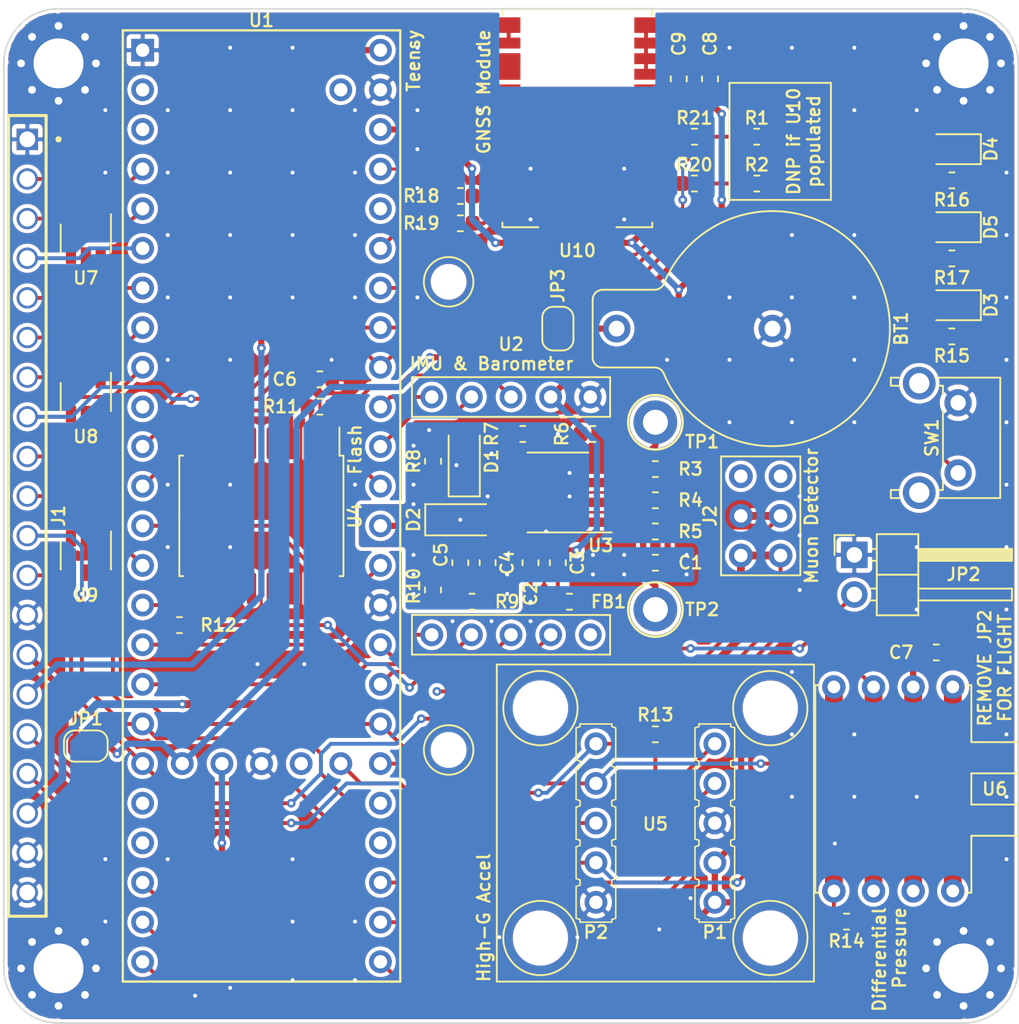
<source format=kicad_pcb>
(kicad_pcb (version 20171130) (host pcbnew "(5.1.6)-1")
  (layers (0 F.Cu signal) (31 B.Cu signal) (34 B.Paste user) (35 F.Paste user) (36 B.SilkS user) (37 F.SilkS user) (38 B.Mask user hide) (39 F.Mask user hide) (44 Edge.Cuts user))
  (net 0 "")
  (net 1 GND)
  (net 2 "Net-(C1-Pad2)")
  (net 3 "Net-(C1-Pad1)")
  (net 4 +3V3)
  (net 5 "Net-(C4-Pad1)")
  (net 6 "Net-(C5-Pad1)")
  (net 7 "Net-(D1-Pad1)")
  (net 8 "Net-(D1-Pad2)")
  (net 9 "Net-(D3-Pad2)")
  (net 10 +5V)
  (net 11 +29.5V)
  (net 12 /FB_HV_N)
  (net 13 /FB_HV_P)
  (net 14 /SCL_1)
  (net 15 /SDA_1)
  (net 16 /MISO_1)
  (net 17 /MOSI_1)
  (net 18 /SCLK_1)
  (net 19 /IO6)
  (net 20 /IO5)
  (net 21 /IO4)
  (net 22 /IO3)
  (net 23 /~PWR_BRD_INT)
  (net 24 /IO1_SYNC)
  (net 25 /SiPM)
  (net 26 /~WP)
  (net 27 /on_off)
  (net 28 "Net-(R3-Pad1)")
  (net 29 /Detector)
  (net 30 /~HOLD)
  (net 31 /~CS_HG)
  (net 32 /~CS_PITOT)
  (net 33 /RGB_R)
  (net 34 /RGB_G)
  (net 35 "Net-(U1-Pad49)")
  (net 36 "Net-(U1-Pad44)")
  (net 37 /SCL_0)
  (net 38 /SDA_0)
  (net 39 /SCLK_0)
  (net 40 "Net-(U1-Pad3)")
  (net 41 /M_Wake)
  (net 42 /M_INT1)
  (net 43 /M_INT2)
  (net 44 /M_INT3)
  (net 45 /M_INT4)
  (net 46 "Net-(U1-Pad10)")
  (net 47 /~RST_MEM)
  (net 48 /~CS_MEM)
  (net 49 /MOSI_0)
  (net 50 /HG_INT2)
  (net 51 /HG_INT1)
  (net 52 "Net-(U1-Pad28)")
  (net 53 /MISO_0)
  (net 54 "Net-(U1-Pad53)")
  (net 55 "Net-(U4-Pad4)")
  (net 56 "Net-(U4-Pad5)")
  (net 57 "Net-(U4-Pad6)")
  (net 58 "Net-(U4-Pad11)")
  (net 59 "Net-(U4-Pad12)")
  (net 60 "Net-(U4-Pad13)")
  (net 61 "Net-(U4-Pad14)")
  (net 62 "Net-(U6-Pad8)")
  (net 63 "Net-(U6-Pad7)")
  (net 64 "Net-(U6-Pad6)")
  (net 65 "Net-(U7-Pad5)")
  (net 66 "Net-(U8-Pad5)")
  (net 67 "Net-(U9-Pad6)")
  (net 68 "Net-(U9-Pad5)")
  (net 69 GNDA)
  (net 70 "Net-(U1-Pad20)")
  (net 71 "Net-(U2-Pad10)")
  (net 72 /RX_MCU)
  (net 73 "Net-(R18-Pad1)")
  (net 74 "Net-(R19-Pad1)")
  (net 75 /TX_MCU)
  (net 76 "Net-(R20-Pad1)")
  (net 77 "Net-(R21-Pad1)")
  (net 78 /GPS_INT)
  (net 79 "Net-(U10-Pad2)")
  (net 80 "Net-(U10-Pad16)")
  (net 81 "Net-(U10-Pad20)")
  (net 82 "Net-(U10-Pad23)")
  (net 83 "Net-(U10-Pad24)")
  (net 84 "Net-(U10-Pad28)")
  (net 85 "Net-(U10-Pad29)")
  (net 86 "Net-(U10-Pad30)")
  (net 87 "Net-(U1-Pad21)")
  (net 88 VCC)
  (net 89 "Net-(BT1-Pad1)")
  (net 90 "Net-(J1-Pad14)")
  (net 91 "Net-(U1-Pad29)")
  (net 92 "Net-(U1-Pad2)")
  (net 93 "Net-(D4-Pad2)")
  (net 94 /RGB_Y)
  (net 95 "Net-(D5-Pad2)")
  (module star-common-lib:SiPM (layer F.Cu) (at 38.5 0 180)
    (fp_text reference J2 (at -6.75 0 270) (layer F.SilkS) (effects (font (size 0.8 0.8))))
    (fp_text value SiPM)
    (pad "" np_thru_hole circle (at 10 15 180) (size 1.8 1.8) (drill 1.8) (layers *.Cu *.Mask))
    (pad "" np_thru_hole circle (at 10 -15 180) (size 1.8 1.8) (drill 1.8) (layers *.Cu *.Mask))
    (pad 1 thru_hole circle (at -11.27 -2.54 270) (size 1.524 1.524) (drill 0.8636) (layers *.Cu *.Mask) (net 13 /FB_HV_P))
    (pad 2 thru_hole circle (at -8.73 -2.54 270) (size 1.524 1.524) (drill 0.8636) (layers *.Cu *.Mask) (net 11 +29.5V))
    (pad 3 thru_hole circle (at -11.27 0 270) (size 1.524 1.524) (drill 0.8636) (layers *.Cu *.Mask) (net 12 /FB_HV_N))
    (pad 4 thru_hole circle (at -8.73 0 270) (size 1.524 1.524) (drill 0.8636) (layers *.Cu *.Mask) (net 69 GNDA))
    (pad 5 thru_hole circle (at -11.27 2.54 270) (size 1.524 1.524) (drill 0.8636) (layers *.Cu *.Mask) (net 25 /SiPM))
    (pad 6 thru_hole circle (at -8.73 2.54 270) (size 1.524 1.524) (drill 0.8636) (layers *.Cu *.Mask) (net 25 /SiPM))
  )
  (module star-common-lib:ST_Motion_Breakout (layer F.Cu) (at 32.5 0 270)
    (fp_text reference U2 (at -11 0) (layer F.SilkS) (effects (font (size 0.8 0.8))))
    (fp_text value ST_Motion_Breakout)
    (pad 10 thru_hole circle (at 7.62 -5.08) (size 1.46 1.46) (drill 0.86) (layers *.Cu *.Mask) (net 71 "Net-(U2-Pad10)"))
    (pad 8 thru_hole circle (at 7.62 0) (size 1.46 1.46) (drill 0.86) (layers *.Cu *.Mask) (net 44 /M_INT3))
    (pad 6 thru_hole circle (at 7.62 5.08) (size 1.46 1.46) (drill 0.86) (layers *.Cu *.Mask) (net 42 /M_INT1))
    (pad 9 thru_hole circle (at 7.62 -2.54) (size 1.46 1.46) (drill 0.86) (layers *.Cu *.Mask) (net 45 /M_INT4))
    (pad 7 thru_hole circle (at 7.62 2.54) (size 1.46 1.46) (drill 0.86) (layers *.Cu *.Mask) (net 43 /M_INT2))
    (pad 5 thru_hole circle (at -7.62 5.08 180) (size 1.46 1.46) (drill 0.86) (layers *.Cu *.Mask) (net 15 /SDA_1))
    (pad 3 thru_hole circle (at -7.62 0 180) (size 1.46 1.46) (drill 0.86) (layers *.Cu *.Mask) (net 41 /M_Wake))
    (pad 1 thru_hole circle (at -7.62 -5.08 180) (size 1.46 1.46) (drill 0.86) (layers *.Cu *.Mask) (net 1 GND))
    (pad 4 thru_hole circle (at -7.62 2.54 180) (size 1.46 1.46) (drill 0.86) (layers *.Cu *.Mask) (net 14 /SCL_1))
    (pad 2 thru_hole circle (at -7.62 -2.54 180) (size 1.46 1.46) (drill 0.86) (layers *.Cu *.Mask) (net 4 +3V3))
  )
  (module star-common-lib:HSCDRRN001BDSA3 (layer F.Cu) (at 57 17.5 180)
    (fp_text reference U6 (at -6.5 0 180) (layer F.SilkS) (effects (font (size 0.8 0.8))))
    (fp_text value HSCDRRN001BDSA3)
    (pad 5 smd rect (at 3.81 -5.3975) (size 1.143 1.397) (layers F.Cu F.Mask) (net 32 /~CS_PITOT))
    (pad 6 smd rect (at 1.27 -5.3975) (size 1.143 1.397) (layers F.Cu F.Mask) (net 64 "Net-(U6-Pad6)"))
    (pad 7 smd rect (at -1.27 -5.3975) (size 1.143 1.397) (layers F.Cu F.Mask) (net 63 "Net-(U6-Pad7)"))
    (pad 8 smd rect (at -3.81 -5.3975) (size 1.143 1.397) (layers F.Cu F.Mask) (net 62 "Net-(U6-Pad8)"))
    (pad 4 smd rect (at 3.81 5.3975 180) (size 1.143 1.397) (layers F.Cu F.Mask) (net 18 /SCLK_1))
    (pad 3 smd rect (at 1.27 5.3975 180) (size 1.143 1.397) (layers F.Cu F.Mask) (net 16 /MISO_1))
    (pad 2 smd rect (at -1.27 5.3975 180) (size 1.143 1.397) (layers F.Cu F.Mask) (net 4 +3V3))
    (pad 1 smd rect (at -3.81 5.3975 180) (size 1.143 1.397) (layers F.Cu F.Mask) (net 1 GND))
    (pad 1 thru_hole custom (at -3.81 6.5405 180) (size 1.524 1.524) (drill 0.8128) (layers *.Cu *.Mask) (net 1 GND) (options (clearance outline) (anchor circle)) (primitives))
    (pad 2 thru_hole circle (at -1.27 6.54 180) (size 1.5 1.5) (drill 0.813) (layers *.Cu *.Mask) (net 4 +3V3))
    (pad 3 thru_hole circle (at 1.27 6.54 180) (size 1.5 1.5) (drill 0.813) (layers *.Cu *.Mask) (net 16 /MISO_1))
    (pad 4 thru_hole circle (at 3.81 6.54 180) (size 1.5 1.5) (drill 0.813) (layers *.Cu *.Mask) (net 18 /SCLK_1))
    (pad 5 thru_hole circle (at 3.81 -6.54 180) (size 1.5 1.5) (drill 0.813) (layers *.Cu *.Mask) (net 32 /~CS_PITOT))
    (pad 6 thru_hole circle (at 1.27 -6.54 180) (size 1.5 1.5) (drill 0.813) (layers *.Cu *.Mask) (net 64 "Net-(U6-Pad6)"))
    (pad 7 thru_hole circle (at -1.27 -6.54 180) (size 1.5 1.5) (drill 0.813) (layers *.Cu *.Mask) (net 63 "Net-(U6-Pad7)"))
    (pad 8 thru_hole circle (at -3.81 -6.54 180) (size 1.5 1.5) (drill 0.813) (layers *.Cu *.Mask) (net 62 "Net-(U6-Pad8)"))
  )
  (module star-common-lib:EVAL-ADXL372Z (layer F.Cu) (at 41.75 19.685 180)
    (fp_text reference U5 (at 0 -0.065) (layer F.SilkS) (effects (font (size 0.8 0.8))))
    (fp_text value EVAL-ADXL372Z)
    (fp_text user P2 (at 3.81 -7) (layer F.SilkS) (effects (font (size 0.8 0.8))))
    (fp_text user P1 (at -3.81 -7) (layer F.SilkS) (effects (font (size 0.8 0.8))))
    (pad 10 thru_hole circle (at 3.81 -5.08 270) (size 1.46 1.46) (drill 0.86) (layers *.Cu *.Mask) (net 1 GND))
    (pad 7 thru_hole circle (at 3.81 2.54 270) (size 1.46 1.46) (drill 0.86) (layers *.Cu *.Mask) (net 16 /MISO_1))
    (pad 9 thru_hole circle (at 3.81 -2.54 270) (size 1.46 1.46) (drill 0.86) (layers *.Cu *.Mask) (net 18 /SCLK_1))
    (pad 8 thru_hole circle (at 3.81 0 270) (size 1.46 1.46) (drill 0.86) (layers *.Cu *.Mask) (net 17 /MOSI_1))
    (pad 6 thru_hole circle (at 3.81 5.08 270) (size 1.46 1.46) (drill 0.86) (layers *.Cu *.Mask) (net 31 /~CS_HG))
    (pad 5 thru_hole circle (at -3.81 5.08 90) (size 1.46 1.46) (drill 0.86) (layers *.Cu *.Mask) (net 51 /HG_INT1))
    (pad 2 thru_hole circle (at -3.81 -2.54 90) (size 1.46 1.46) (drill 0.86) (layers *.Cu *.Mask) (net 4 +3V3))
    (pad 4 thru_hole circle (at -3.81 2.54 90) (size 1.46 1.46) (drill 0.86) (layers *.Cu *.Mask) (net 50 /HG_INT2))
    (pad 3 thru_hole circle (at -3.81 0 90) (size 1.46 1.46) (drill 0.86) (layers *.Cu *.Mask) (net 1 GND))
    (pad 1 thru_hole circle (at -3.81 -5.08 90) (size 1.46 1.46) (drill 0.86) (layers *.Cu *.Mask) (net 4 +3V3))
    (pad "" np_thru_hole circle (at 7.366 7.366 180) (size 3.048 3.048) (drill 3.048) (layers *.Cu *.Mask))
    (pad "" np_thru_hole circle (at 7.366 -7.366 180) (size 3.048 3.048) (drill 3.048) (layers *.Cu *.Mask))
    (pad "" np_thru_hole circle (at -7.366 -7.366 180) (size 3.048 3.048) (drill 3.048) (layers *.Cu *.Mask))
    (pad "" np_thru_hole circle (at -7.366 7.366 180) (size 3.048 3.048) (drill 3.048) (layers *.Cu *.Mask))
  )
  (module star-common-lib:CR12XX-Keystone-500 (layer F.Cu) (at 49.25 -12 180)
    (fp_text reference BT1 (at -8.25 0 90) (layer F.SilkS) (effects (font (size 0.8 0.8))))
    (fp_text value "CR1220 - Keystone 500")
    (pad 1 thru_hole circle (at 9.9822 0 180) (size 1.778 1.778) (drill 1.016) (layers *.Cu *.Mask) (net 89 "Net-(BT1-Pad1)"))
    (pad 2 thru_hole circle (at 0 0 180) (size 1.778 1.778) (drill 1.016) (layers *.Cu *.Mask) (net 1 GND))
  )
  (module star-common-lib:Teensy41 (layer F.Cu) (at 16.51 -0.635 270)
    (fp_text reference U1 (at -31.115 0.01 180) (layer F.SilkS) (effects (font (size 0.8 0.8))))
    (fp_text value Teensy4.1)
    (pad 54 thru_hole circle (at 16.51 -5.08 270) (size 1.46 1.46) (drill 0.86) (layers *.Cu *.Mask) (net 27 /on_off))
    (pad 53 thru_hole circle (at 16.51 -2.54 270) (size 1.46 1.46) (drill 0.86) (layers *.Cu *.Mask) (net 54 "Net-(U1-Pad53)"))
    (pad 52 thru_hole circle (at 16.51 0 270) (size 1.46 1.46) (drill 0.86) (layers *.Cu *.Mask) (net 1 GND))
    (pad 51 thru_hole circle (at 16.51 2.54 270) (size 1.46 1.46) (drill 0.86) (layers *.Cu *.Mask) (net 4 +3V3))
    (pad 50 thru_hole circle (at 16.51 5.08 270) (size 1.46 1.46) (drill 0.86) (layers *.Cu *.Mask) (net 88 VCC))
    (pad 17 thru_hole circle (at 11.43 7.62 270) (size 1.46 1.46) (drill 0.86) (layers *.Cu *.Mask) (net 44 /M_INT3))
    (pad 18 thru_hole circle (at 13.97 7.62 270) (size 1.46 1.46) (drill 0.86) (layers *.Cu *.Mask) (net 17 /MOSI_1))
    (pad 19 thru_hole circle (at 16.51 7.62 270) (size 1.46 1.46) (drill 0.86) (layers *.Cu *.Mask) (net 18 /SCLK_1))
    (pad 20 thru_hole circle (at 19.05 7.62 270) (size 1.46 1.46) (drill 0.86) (layers *.Cu *.Mask) (net 70 "Net-(U1-Pad20)"))
    (pad 16 thru_hole circle (at 8.89 7.62 270) (size 1.46 1.46) (drill 0.86) (layers *.Cu *.Mask) (net 42 /M_INT1))
    (pad 15 thru_hole circle (at 6.35 7.62 270) (size 1.46 1.46) (drill 0.86) (layers *.Cu *.Mask) (net 4 +3V3))
    (pad 14 thru_hole circle (at 3.81 7.62 270) (size 1.46 1.46) (drill 0.86) (layers *.Cu *.Mask) (net 53 /MISO_0))
    (pad 21 thru_hole circle (at 21.59 7.62 270) (size 1.46 1.46) (drill 0.86) (layers *.Cu *.Mask) (net 87 "Net-(U1-Pad21)"))
    (pad 22 thru_hole circle (at 24.13 7.62 270) (size 1.46 1.46) (drill 0.86) (layers *.Cu *.Mask) (net 33 /RGB_R))
    (pad 23 thru_hole circle (at 26.67 7.62 270) (size 1.46 1.46) (drill 0.86) (layers *.Cu *.Mask) (net 94 /RGB_Y))
    (pad 24 thru_hole circle (at 29.21 7.62 270) (size 1.46 1.46) (drill 0.86) (layers *.Cu *.Mask) (net 34 /RGB_G))
    (pad 25 thru_hole circle (at 29.21 -7.62 270) (size 1.46 1.46) (drill 0.86) (layers *.Cu *.Mask) (net 32 /~CS_PITOT))
    (pad 26 thru_hole circle (at 26.67 -7.62 270) (size 1.46 1.46) (drill 0.86) (layers *.Cu *.Mask) (net 50 /HG_INT2))
    (pad 27 thru_hole circle (at 24.13 -7.62 270) (size 1.46 1.46) (drill 0.86) (layers *.Cu *.Mask) (net 51 /HG_INT1))
    (pad 28 thru_hole circle (at 21.59 -7.62 270) (size 1.46 1.46) (drill 0.86) (layers *.Cu *.Mask) (net 52 "Net-(U1-Pad28)"))
    (pad 29 thru_hole circle (at 19.05 -7.62 270) (size 1.46 1.46) (drill 0.86) (layers *.Cu *.Mask) (net 91 "Net-(U1-Pad29)"))
    (pad 30 thru_hole circle (at 16.51 -7.62 270) (size 1.46 1.46) (drill 0.86) (layers *.Cu *.Mask) (net 31 /~CS_HG))
    (pad 31 thru_hole circle (at 13.97 -7.62 270) (size 1.46 1.46) (drill 0.86) (layers *.Cu *.Mask) (net 16 /MISO_1))
    (pad 32 thru_hole circle (at 11.43 -7.62 270) (size 1.46 1.46) (drill 0.86) (layers *.Cu *.Mask) (net 45 /M_INT4))
    (pad 33 thru_hole circle (at 8.89 -7.62 270) (size 1.46 1.46) (drill 0.86) (layers *.Cu *.Mask) (net 43 /M_INT2))
    (pad 34 thru_hole circle (at 6.35 -7.62 270) (size 1.46 1.46) (drill 0.86) (layers *.Cu *.Mask) (net 1 GND))
    (pad 13 thru_hole circle (at 1.27 7.62 270) (size 1.46 1.46) (drill 0.86) (layers *.Cu *.Mask) (net 49 /MOSI_0))
    (pad 12 thru_hole circle (at -1.27 7.62 270) (size 1.46 1.46) (drill 0.86) (layers *.Cu *.Mask) (net 48 /~CS_MEM))
    (pad 11 thru_hole circle (at -3.81 7.62 270) (size 1.46 1.46) (drill 0.86) (layers *.Cu *.Mask) (net 47 /~RST_MEM))
    (pad 10 thru_hole circle (at -6.35 7.62 270) (size 1.46 1.46) (drill 0.86) (layers *.Cu *.Mask) (net 46 "Net-(U1-Pad10)"))
    (pad 9 thru_hole circle (at -8.89 7.62 270) (size 1.46 1.46) (drill 0.86) (layers *.Cu *.Mask) (net 19 /IO6))
    (pad 8 thru_hole circle (at -11.43 7.62 270) (size 1.46 1.46) (drill 0.86) (layers *.Cu *.Mask) (net 20 /IO5))
    (pad 7 thru_hole circle (at -13.97 7.62 270) (size 1.46 1.46) (drill 0.86) (layers *.Cu *.Mask) (net 21 /IO4))
    (pad 6 thru_hole circle (at -16.51 7.62 270) (size 1.46 1.46) (drill 0.86) (layers *.Cu *.Mask) (net 22 /IO3))
    (pad 5 thru_hole circle (at -19.05 7.62 270) (size 1.46 1.46) (drill 0.86) (layers *.Cu *.Mask) (net 23 /~PWR_BRD_INT))
    (pad 4 thru_hole circle (at -21.59 7.62 270) (size 1.46 1.46) (drill 0.86) (layers *.Cu *.Mask) (net 24 /IO1_SYNC))
    (pad 3 thru_hole circle (at -24.13 7.62 270) (size 1.46 1.46) (drill 0.86) (layers *.Cu *.Mask) (net 40 "Net-(U1-Pad3)"))
    (pad 2 thru_hole circle (at -26.67 7.62 270) (size 1.46 1.46) (drill 0.86) (layers *.Cu *.Mask) (net 92 "Net-(U1-Pad2)"))
    (pad 1 thru_hole rect (at -29.21 7.62 270) (size 1.46 1.46) (drill 0.86) (layers *.Cu *.Mask) (net 1 GND))
    (pad 35 thru_hole circle (at 3.81 -7.62 270) (size 1.46 1.46) (drill 0.86) (layers *.Cu *.Mask) (net 39 /SCLK_0))
    (pad 36 thru_hole circle (at 1.27 -7.62 270) (size 1.46 1.46) (drill 0.86) (layers *.Cu *.Mask) (net 29 /Detector))
    (pad 37 thru_hole circle (at -1.27 -7.62 270) (size 1.46 1.46) (drill 0.86) (layers *.Cu *.Mask) (net 41 /M_Wake))
    (pad 38 thru_hole circle (at -3.81 -7.62 270) (size 1.46 1.46) (drill 0.86) (layers *.Cu *.Mask) (net 14 /SCL_1))
    (pad 39 thru_hole circle (at -6.35 -7.62 270) (size 1.46 1.46) (drill 0.86) (layers *.Cu *.Mask) (net 15 /SDA_1))
    (pad 40 thru_hole circle (at -8.89 -7.62 270) (size 1.46 1.46) (drill 0.86) (layers *.Cu *.Mask) (net 38 /SDA_0))
    (pad 41 thru_hole circle (at -11.43 -7.62 270) (size 1.46 1.46) (drill 0.86) (layers *.Cu *.Mask) (net 37 /SCL_0))
    (pad 42 thru_hole circle (at -13.97 -7.62 270) (size 1.46 1.46) (drill 0.86) (layers *.Cu *.Mask) (net 75 /TX_MCU))
    (pad 43 thru_hole circle (at -16.51 -7.62 270) (size 1.46 1.46) (drill 0.86) (layers *.Cu *.Mask) (net 72 /RX_MCU))
    (pad 44 thru_hole circle (at -19.05 -7.62 270) (size 1.46 1.46) (drill 0.86) (layers *.Cu *.Mask) (net 36 "Net-(U1-Pad44)"))
    (pad 45 thru_hole circle (at -21.59 -7.62 270) (size 1.46 1.46) (drill 0.86) (layers *.Cu *.Mask) (net 78 /GPS_INT))
    (pad 46 thru_hole circle (at -24.13 -7.62 270) (size 1.46 1.46) (drill 0.86) (layers *.Cu *.Mask) (net 4 +3V3))
    (pad 47 thru_hole circle (at -26.67 -7.62 270) (size 1.46 1.46) (drill 0.86) (layers *.Cu *.Mask) (net 1 GND))
    (pad 48 thru_hole circle (at -29.21 -7.62 270) (size 1.46 1.46) (drill 0.86) (layers *.Cu *.Mask) (net 10 +5V))
    (pad 49 thru_hole circle (at -26.67 -5.08 270) (size 1.46 1.46) (drill 0.86) (layers *.Cu *.Mask) (net 35 "Net-(U1-Pad49)"))
  )
  (module Capacitor_SMD:C_0603_1608Metric (layer F.Cu) (at 41.75 3)
    (fp_text reference C1 (at 2.25 0) (layer F.SilkS) (effects (font (size 0.8 0.8))))
    (fp_text value 10pF)
    (pad 2 smd roundrect (at 0.7875 0) (size 0.875 0.95) (layers F.Cu F.Paste F.Mask) (net 2 "Net-(C1-Pad2)"))
    (pad 1 smd roundrect (at -0.7875 0) (size 0.875 0.95) (layers F.Cu F.Paste F.Mask) (net 3 "Net-(C1-Pad1)"))
  )
  (module Capacitor_SMD:C_0603_1608Metric (layer F.Cu) (at 33.75 3 270)
    (fp_text reference C2 (at 2 0 90) (layer F.SilkS) (effects (font (size 0.8 0.8))))
    (fp_text value 0.1uF)
    (pad 1 smd roundrect (at -0.7875 0 270) (size 0.875 0.95) (layers F.Cu F.Paste F.Mask) (net 4 +3V3))
    (pad 2 smd roundrect (at 0.7875 0 270) (size 0.875 0.95) (layers F.Cu F.Paste F.Mask) (net 1 GND))
  )
  (module Capacitor_SMD:C_0603_1608Metric (layer F.Cu) (at 35.5 3 270)
    (fp_text reference C3 (at 0 -1.25 90) (layer F.SilkS) (effects (font (size 0.8 0.8))))
    (fp_text value 10uF)
    (pad 2 smd roundrect (at 0.7875 0 270) (size 0.875 0.95) (layers F.Cu F.Paste F.Mask) (net 1 GND))
    (pad 1 smd roundrect (at -0.7875 0 270) (size 0.875 0.95) (layers F.Cu F.Paste F.Mask) (net 4 +3V3))
  )
  (module Capacitor_SMD:C_0603_1608Metric (layer F.Cu) (at 31 3 270)
    (fp_text reference C4 (at 0 -1.25 270) (layer F.SilkS) (effects (font (size 0.8 0.8))))
    (fp_text value 20nF)
    (pad 1 smd roundrect (at -0.7875 0 270) (size 0.875 0.95) (layers F.Cu F.Paste F.Mask) (net 5 "Net-(C4-Pad1)"))
    (pad 2 smd roundrect (at 0.7875 0 270) (size 0.875 0.95) (layers F.Cu F.Paste F.Mask) (net 69 GNDA))
  )
  (module Capacitor_SMD:C_0603_1608Metric (layer F.Cu) (at 29.25 3 90)
    (fp_text reference C5 (at 0.5 -1.25 270) (layer F.SilkS) (effects (font (size 0.8 0.8))))
    (fp_text value 0R)
    (pad 2 smd roundrect (at 0.7875 0 90) (size 0.875 0.95) (layers F.Cu F.Paste F.Mask) (net 5 "Net-(C4-Pad1)"))
    (pad 1 smd roundrect (at -0.7875 0 90) (size 0.875 0.95) (layers F.Cu F.Paste F.Mask) (net 6 "Net-(C5-Pad1)"))
  )
  (module Capacitor_SMD:C_0603_1608Metric (layer F.Cu) (at 20.25 -8.75)
    (fp_text reference C6 (at -2.25 0) (layer F.SilkS) (effects (font (size 0.8 0.8))))
    (fp_text value 0.1uF)
    (pad 1 smd roundrect (at -0.7875 0) (size 0.875 0.95) (layers F.Cu F.Paste F.Mask) (net 4 +3V3))
    (pad 2 smd roundrect (at 0.7875 0) (size 0.875 0.95) (layers F.Cu F.Paste F.Mask) (net 1 GND))
  )
  (module Capacitor_SMD:C_0603_1608Metric (layer F.Cu) (at 59.75 8.75)
    (fp_text reference C7 (at -2.25 0) (layer F.SilkS) (effects (font (size 0.8 0.8))))
    (fp_text value 0.1uF)
    (pad 1 smd roundrect (at -0.7875 0) (size 0.875 0.95) (layers F.Cu F.Paste F.Mask) (net 4 +3V3))
    (pad 2 smd roundrect (at 0.7875 0) (size 0.875 0.95) (layers F.Cu F.Paste F.Mask) (net 1 GND))
  )
  (module Diode_SMD:D_SOD-123 (layer F.Cu) (at 29.5 -3.5 90)
    (fp_text reference D1 (at 0 1.75 90) (layer F.SilkS) (effects (font (size 0.8 0.8))))
    (fp_text value MBR0540)
    (pad 1 smd rect (at -1.65 0 90) (size 0.9 1.2) (layers F.Cu F.Paste F.Mask) (net 7 "Net-(D1-Pad1)"))
    (pad 2 smd rect (at 1.65 0 90) (size 0.9 1.2) (layers F.Cu F.Paste F.Mask) (net 8 "Net-(D1-Pad2)"))
  )
  (module Diode_SMD:D_SOD-123 (layer F.Cu) (at 29.25 0.25)
    (fp_text reference D2 (at -3 0 90) (layer F.SilkS) (effects (font (size 0.8 0.8))))
    (fp_text value MBR0540)
    (pad 2 smd rect (at 1.65 0) (size 0.9 1.2) (layers F.Cu F.Paste F.Mask) (net 7 "Net-(D1-Pad1)"))
    (pad 1 smd rect (at -1.65 0) (size 0.9 1.2) (layers F.Cu F.Paste F.Mask) (net 5 "Net-(C4-Pad1)"))
  )
  (module Connector_PinHeader_2.54mm:PinHeader_1x02_P2.54mm_Horizontal (layer F.Cu) (at 54.5 2.5)
    (fp_text reference JP2 (at 7 1.25 180) (layer F.SilkS) (effects (font (size 0.8 0.8))))
    (fp_text value Write_Protect)
    (pad 2 thru_hole oval (at 0 2.54) (size 1.7 1.7) (drill 1) (layers *.Cu *.Mask) (net 26 /~WP))
    (pad 1 thru_hole rect (at 0 0) (size 1.7 1.7) (drill 1) (layers *.Cu *.Mask) (net 1 GND))
  )
  (module Resistor_SMD:R_0603_1608Metric (layer F.Cu) (at 48.25 -24.3 180)
    (fp_text reference R1 (at 0 1.2) (layer F.SilkS) (effects (font (size 0.8 0.8))))
    (fp_text value 10k)
    (pad 1 smd roundrect (at -0.7875 0 180) (size 0.875 0.95) (layers F.Cu F.Paste F.Mask) (net 4 +3V3))
    (pad 2 smd roundrect (at 0.7875 0 180) (size 0.875 0.95) (layers F.Cu F.Paste F.Mask) (net 37 /SCL_0))
  )
  (module Resistor_SMD:R_0603_1608Metric (layer F.Cu) (at 48.25 -21.3 180)
    (fp_text reference R2 (at 0 1.2) (layer F.SilkS) (effects (font (size 0.8 0.8))))
    (fp_text value 10k)
    (pad 2 smd roundrect (at 0.7875 0 180) (size 0.875 0.95) (layers F.Cu F.Paste F.Mask) (net 38 /SDA_0))
    (pad 1 smd roundrect (at -0.7875 0 180) (size 0.875 0.95) (layers F.Cu F.Paste F.Mask) (net 4 +3V3))
  )
  (module Resistor_SMD:R_0603_1608Metric (layer F.Cu) (at 41.75 -3)
    (fp_text reference R3 (at 2.25 0) (layer F.SilkS) (effects (font (size 0.8 0.8))))
    (fp_text value 1k)
    (pad 2 smd roundrect (at 0.7875 0) (size 0.875 0.95) (layers F.Cu F.Paste F.Mask) (net 25 /SiPM))
    (pad 1 smd roundrect (at -0.7875 0) (size 0.875 0.95) (layers F.Cu F.Paste F.Mask) (net 28 "Net-(R3-Pad1)"))
  )
  (module Resistor_SMD:R_0603_1608Metric (layer F.Cu) (at 41.75 -1)
    (fp_text reference R4 (at 2.25 0) (layer F.SilkS) (effects (font (size 0.8 0.8))))
    (fp_text value 249R)
    (pad 1 smd roundrect (at -0.7875 0) (size 0.875 0.95) (layers F.Cu F.Paste F.Mask) (net 2 "Net-(C1-Pad2)"))
    (pad 2 smd roundrect (at 0.7875 0) (size 0.875 0.95) (layers F.Cu F.Paste F.Mask) (net 69 GNDA))
  )
  (module Resistor_SMD:R_0603_1608Metric (layer F.Cu) (at 41.75 1)
    (fp_text reference R5 (at 2.25 0) (layer F.SilkS) (effects (font (size 0.8 0.8))))
    (fp_text value 10k)
    (pad 1 smd roundrect (at -0.7875 0) (size 0.875 0.95) (layers F.Cu F.Paste F.Mask) (net 3 "Net-(C1-Pad1)"))
    (pad 2 smd roundrect (at 0.7875 0) (size 0.875 0.95) (layers F.Cu F.Paste F.Mask) (net 2 "Net-(C1-Pad2)"))
  )
  (module Resistor_SMD:R_0603_1608Metric (layer F.Cu) (at 37.75 -5.25)
    (fp_text reference R6 (at -2 0 270) (layer F.SilkS) (effects (font (size 0.8 0.8))))
    (fp_text value 10k)
    (pad 1 smd roundrect (at -0.7875 0) (size 0.875 0.95) (layers F.Cu F.Paste F.Mask) (net 3 "Net-(C1-Pad1)"))
    (pad 2 smd roundrect (at 0.7875 0) (size 0.875 0.95) (layers F.Cu F.Paste F.Mask) (net 69 GNDA))
  )
  (module Resistor_SMD:R_0603_1608Metric (layer F.Cu) (at 33.25 -5.25)
    (fp_text reference R7 (at -2 0 90) (layer F.SilkS) (effects (font (size 0.8 0.8))))
    (fp_text value 100k)
    (pad 1 smd roundrect (at -0.7875 0) (size 0.875 0.95) (layers F.Cu F.Paste F.Mask) (net 8 "Net-(D1-Pad2)"))
    (pad 2 smd roundrect (at 0.7875 0) (size 0.875 0.95) (layers F.Cu F.Paste F.Mask) (net 69 GNDA))
  )
  (module Resistor_SMD:R_0603_1608Metric (layer F.Cu) (at 27.5 -3.5 90)
    (fp_text reference R8 (at 0 -1.25 90) (layer F.SilkS) (effects (font (size 0.8 0.8))))
    (fp_text value 100k)
    (pad 2 smd roundrect (at 0.7875 0 90) (size 0.875 0.95) (layers F.Cu F.Paste F.Mask) (net 8 "Net-(D1-Pad2)"))
    (pad 1 smd roundrect (at -0.7875 0 90) (size 0.875 0.95) (layers F.Cu F.Paste F.Mask) (net 5 "Net-(C4-Pad1)"))
  )
  (module Resistor_SMD:R_0603_1608Metric (layer F.Cu) (at 30 5.5 180)
    (fp_text reference R9 (at -2.25 0) (layer F.SilkS) (effects (font (size 0.8 0.8))))
    (fp_text value 24.9k)
    (pad 1 smd roundrect (at -0.7875 0 180) (size 0.875 0.95) (layers F.Cu F.Paste F.Mask) (net 69 GNDA))
    (pad 2 smd roundrect (at 0.7875 0 180) (size 0.875 0.95) (layers F.Cu F.Paste F.Mask) (net 6 "Net-(C5-Pad1)"))
  )
  (module Resistor_SMD:R_0603_1608Metric (layer F.Cu) (at 27.5 4.75 90)
    (fp_text reference R10 (at 0.25 -1.25 90) (layer F.SilkS) (effects (font (size 0.8 0.8))))
    (fp_text value 0R)
    (pad 2 smd roundrect (at 0.7875 0 90) (size 0.875 0.95) (layers F.Cu F.Paste F.Mask) (net 29 /Detector))
    (pad 1 smd roundrect (at -0.7875 0 90) (size 0.875 0.95) (layers F.Cu F.Paste F.Mask) (net 6 "Net-(C5-Pad1)"))
  )
  (module Resistor_SMD:R_0603_1608Metric (layer F.Cu) (at 20.25 -7)
    (fp_text reference R11 (at -2.5 0) (layer F.SilkS) (effects (font (size 0.8 0.8))))
    (fp_text value 10k)
    (pad 2 smd roundrect (at 0.7875 0) (size 0.875 0.95) (layers F.Cu F.Paste F.Mask) (net 30 /~HOLD))
    (pad 1 smd roundrect (at -0.7875 0) (size 0.875 0.95) (layers F.Cu F.Paste F.Mask) (net 4 +3V3))
  )
  (module Resistor_SMD:R_0603_1608Metric (layer F.Cu) (at 11.25 7)
    (fp_text reference R12 (at 2.5 0) (layer F.SilkS) (effects (font (size 0.8 0.8))))
    (fp_text value 10k)
    (pad 2 smd roundrect (at 0.7875 0) (size 0.875 0.95) (layers F.Cu F.Paste F.Mask) (net 26 /~WP))
    (pad 1 smd roundrect (at -0.7875 0) (size 0.875 0.95) (layers F.Cu F.Paste F.Mask) (net 4 +3V3))
  )
  (module Resistor_SMD:R_0603_1608Metric (layer F.Cu) (at 41.75 14 180)
    (fp_text reference R13 (at 0 1.25) (layer F.SilkS) (effects (font (size 0.8 0.8))))
    (fp_text value 10k)
    (pad 1 smd roundrect (at -0.7875 0 180) (size 0.875 0.95) (layers F.Cu F.Paste F.Mask) (net 4 +3V3))
    (pad 2 smd roundrect (at 0.7875 0 180) (size 0.875 0.95) (layers F.Cu F.Paste F.Mask) (net 31 /~CS_HG))
  )
  (module Resistor_SMD:R_0603_1608Metric (layer F.Cu) (at 54 26 180)
    (fp_text reference R14 (at 0 -1.25) (layer F.SilkS) (effects (font (size 0.8 0.8))))
    (fp_text value 10k)
    (pad 2 smd roundrect (at 0.7875 0 180) (size 0.875 0.95) (layers F.Cu F.Paste F.Mask) (net 32 /~CS_PITOT))
    (pad 1 smd roundrect (at -0.7875 0 180) (size 0.875 0.95) (layers F.Cu F.Paste F.Mask) (net 4 +3V3))
  )
  (module Resistor_SMD:R_0603_1608Metric (layer F.Cu) (at 60.75 -11.5 180)
    (fp_text reference R15 (at 0 -1.25) (layer F.SilkS) (effects (font (size 0.8 0.8))))
    (fp_text value 100R)
    (pad 1 smd roundrect (at -0.7875 0 180) (size 0.875 0.95) (layers F.Cu F.Paste F.Mask) (net 9 "Net-(D3-Pad2)"))
    (pad 2 smd roundrect (at 0.7875 0 180) (size 0.875 0.95) (layers F.Cu F.Paste F.Mask) (net 4 +3V3))
  )
  (module Resistor_SMD:R_0603_1608Metric (layer F.Cu) (at 60.75 -21.5 180)
    (fp_text reference R16 (at 0 -1.25) (layer F.SilkS) (effects (font (size 0.8 0.8))))
    (fp_text value 100R)
    (pad 2 smd roundrect (at 0.7875 0 180) (size 0.875 0.95) (layers F.Cu F.Paste F.Mask) (net 4 +3V3))
    (pad 1 smd roundrect (at -0.7875 0 180) (size 0.875 0.95) (layers F.Cu F.Paste F.Mask) (net 93 "Net-(D4-Pad2)"))
  )
  (module Resistor_SMD:R_0603_1608Metric (layer F.Cu) (at 60.75 -16.5 180)
    (fp_text reference R17 (at 0 -1.25) (layer F.SilkS) (effects (font (size 0.8 0.8))))
    (fp_text value 100R)
    (pad 1 smd roundrect (at -0.7875 0 180) (size 0.875 0.95) (layers F.Cu F.Paste F.Mask) (net 95 "Net-(D5-Pad2)"))
    (pad 2 smd roundrect (at 0.7875 0 180) (size 0.875 0.95) (layers F.Cu F.Paste F.Mask) (net 4 +3V3))
  )
  (module Package_SO:SOIC-8_3.9x4.9mm_P1.27mm (layer F.Cu) (at 35.5 -1.5 180)
    (fp_text reference U3 (at -2.75 -3.4) (layer F.SilkS) (effects (font (size 0.8 0.8))))
    (fp_text value LT1807)
    (pad 1 smd roundrect (at -2.475 -1.905 180) (size 1.95 0.6) (layers F.Cu F.Paste F.Mask) (net 3 "Net-(C1-Pad1)"))
    (pad 2 smd roundrect (at -2.475 -0.635 180) (size 1.95 0.6) (layers F.Cu F.Paste F.Mask) (net 2 "Net-(C1-Pad2)"))
    (pad 3 smd roundrect (at -2.475 0.635 180) (size 1.95 0.6) (layers F.Cu F.Paste F.Mask) (net 28 "Net-(R3-Pad1)"))
    (pad 4 smd roundrect (at -2.475 1.905 180) (size 1.95 0.6) (layers F.Cu F.Paste F.Mask) (net 69 GNDA))
    (pad 5 smd roundrect (at 2.475 1.905 180) (size 1.95 0.6) (layers F.Cu F.Paste F.Mask) (net 3 "Net-(C1-Pad1)"))
    (pad 6 smd roundrect (at 2.475 0.635 180) (size 1.95 0.6) (layers F.Cu F.Paste F.Mask) (net 8 "Net-(D1-Pad2)"))
    (pad 7 smd roundrect (at 2.475 -0.635 180) (size 1.95 0.6) (layers F.Cu F.Paste F.Mask) (net 7 "Net-(D1-Pad1)"))
    (pad 8 smd roundrect (at 2.475 -1.905 180) (size 1.95 0.6) (layers F.Cu F.Paste F.Mask) (net 4 +3V3))
  )
  (module Package_SO:SOIC-16W_7.5x10.3mm_P1.27mm (layer F.Cu) (at 16.5 0 270)
    (fp_text reference U4 (at 0 -6 90) (layer F.SilkS) (effects (font (size 0.8 0.8))))
    (fp_text value MT25QL01GBBB8ESF-0SIT)
    (pad 1 smd roundrect (at -4.65 -4.445 270) (size 2.05 0.6) (layers F.Cu F.Paste F.Mask) (net 30 /~HOLD))
    (pad 2 smd roundrect (at -4.65 -3.175 270) (size 2.05 0.6) (layers F.Cu F.Paste F.Mask) (net 4 +3V3))
    (pad 3 smd roundrect (at -4.65 -1.905 270) (size 2.05 0.6) (layers F.Cu F.Paste F.Mask) (net 47 /~RST_MEM))
    (pad 4 smd roundrect (at -4.65 -0.635 270) (size 2.05 0.6) (layers F.Cu F.Paste F.Mask) (net 55 "Net-(U4-Pad4)"))
    (pad 5 smd roundrect (at -4.65 0.635 270) (size 2.05 0.6) (layers F.Cu F.Paste F.Mask) (net 56 "Net-(U4-Pad5)"))
    (pad 6 smd roundrect (at -4.65 1.905 270) (size 2.05 0.6) (layers F.Cu F.Paste F.Mask) (net 57 "Net-(U4-Pad6)"))
    (pad 7 smd roundrect (at -4.65 3.175 270) (size 2.05 0.6) (layers F.Cu F.Paste F.Mask) (net 48 /~CS_MEM))
    (pad 8 smd roundrect (at -4.65 4.445 270) (size 2.05 0.6) (layers F.Cu F.Paste F.Mask) (net 53 /MISO_0))
    (pad 9 smd roundrect (at 4.65 4.445 270) (size 2.05 0.6) (layers F.Cu F.Paste F.Mask) (net 26 /~WP))
    (pad 10 smd roundrect (at 4.65 3.175 270) (size 2.05 0.6) (layers F.Cu F.Paste F.Mask) (net 1 GND))
    (pad 11 smd roundrect (at 4.65 1.905 270) (size 2.05 0.6) (layers F.Cu F.Paste F.Mask) (net 58 "Net-(U4-Pad11)"))
    (pad 12 smd roundrect (at 4.65 0.635 270) (size 2.05 0.6) (layers F.Cu F.Paste F.Mask) (net 59 "Net-(U4-Pad12)"))
    (pad 13 smd roundrect (at 4.65 -0.635 270) (size 2.05 0.6) (layers F.Cu F.Paste F.Mask) (net 60 "Net-(U4-Pad13)"))
    (pad 14 smd roundrect (at 4.65 -1.905 270) (size 2.05 0.6) (layers F.Cu F.Paste F.Mask) (net 61 "Net-(U4-Pad14)"))
    (pad 15 smd roundrect (at 4.65 -3.175 270) (size 2.05 0.6) (layers F.Cu F.Paste F.Mask) (net 49 /MOSI_0))
    (pad 16 smd roundrect (at 4.65 -4.445 270) (size 2.05 0.6) (layers F.Cu F.Paste F.Mask) (net 39 /SCLK_0))
  )
  (module Package_TO_SOT_SMD:SOT-23-6 (layer F.Cu) (at 5.25 -17.78 270)
    (fp_text reference U7 (at 2.54 0 180) (layer F.SilkS) (effects (font (size 0.8 0.8))))
    (fp_text value TPD4E1U06)
    (pad 1 smd rect (at -1.1 -0.95 270) (size 1.06 0.65) (layers F.Cu F.Paste F.Mask) (net 24 /IO1_SYNC))
    (pad 2 smd rect (at -1.1 0 270) (size 1.06 0.65) (layers F.Cu F.Paste F.Mask) (net 1 GND))
    (pad 3 smd rect (at -1.1 0.95 270) (size 1.06 0.65) (layers F.Cu F.Paste F.Mask) (net 23 /~PWR_BRD_INT))
    (pad 4 smd rect (at 1.1 0.95 270) (size 1.06 0.65) (layers F.Cu F.Paste F.Mask) (net 22 /IO3))
    (pad 6 smd rect (at 1.1 -0.95 270) (size 1.06 0.65) (layers F.Cu F.Paste F.Mask) (net 21 /IO4))
    (pad 5 smd rect (at 1.1 0 270) (size 1.06 0.65) (layers F.Cu F.Paste F.Mask) (net 65 "Net-(U7-Pad5)"))
  )
  (module Package_TO_SOT_SMD:SOT-23-6 (layer F.Cu) (at 5.25 -7.62 270)
    (fp_text reference U8 (at 2.54 0 180) (layer F.SilkS) (effects (font (size 0.8 0.8))))
    (fp_text value TPD4E1U06)
    (pad 5 smd rect (at 1.1 0 270) (size 1.06 0.65) (layers F.Cu F.Paste F.Mask) (net 66 "Net-(U8-Pad5)"))
    (pad 6 smd rect (at 1.1 -0.95 270) (size 1.06 0.65) (layers F.Cu F.Paste F.Mask) (net 37 /SCL_0))
    (pad 4 smd rect (at 1.1 0.95 270) (size 1.06 0.65) (layers F.Cu F.Paste F.Mask) (net 38 /SDA_0))
    (pad 3 smd rect (at -1.1 0.95 270) (size 1.06 0.65) (layers F.Cu F.Paste F.Mask) (net 19 /IO6))
    (pad 2 smd rect (at -1.1 0 270) (size 1.06 0.65) (layers F.Cu F.Paste F.Mask) (net 1 GND))
    (pad 1 smd rect (at -1.1 -0.95 270) (size 1.06 0.65) (layers F.Cu F.Paste F.Mask) (net 20 /IO5))
  )
  (module Package_TO_SOT_SMD:SOT-23-6 (layer F.Cu) (at 5.25 2.54 270)
    (fp_text reference U9 (at 2.54 0 180) (layer F.SilkS) (effects (font (size 0.8 0.8))))
    (fp_text value TPD4E1U06)
    (pad 1 smd rect (at -1.1 -0.95 270) (size 1.06 0.65) (layers F.Cu F.Paste F.Mask) (net 16 /MISO_1))
    (pad 2 smd rect (at -1.1 0 270) (size 1.06 0.65) (layers F.Cu F.Paste F.Mask) (net 1 GND))
    (pad 3 smd rect (at -1.1 0.95 270) (size 1.06 0.65) (layers F.Cu F.Paste F.Mask) (net 17 /MOSI_1))
    (pad 4 smd rect (at 1.1 0.95 270) (size 1.06 0.65) (layers F.Cu F.Paste F.Mask) (net 18 /SCLK_1))
    (pad 6 smd rect (at 1.1 -0.95 270) (size 1.06 0.65) (layers F.Cu F.Paste F.Mask) (net 67 "Net-(U9-Pad6)"))
    (pad 5 smd rect (at 1.1 0 270) (size 1.06 0.65) (layers F.Cu F.Paste F.Mask) (net 68 "Net-(U9-Pad5)"))
  )
  (module Capacitor_SMD:C_0603_1608Metric (layer F.Cu) (at 45.25 -28 90)
    (fp_text reference C8 (at 2.25 0 90) (layer F.SilkS) (effects (font (size 0.8 0.8))))
    (fp_text value 0.1uF)
    (pad 2 smd roundrect (at 0.7875 0 90) (size 0.875 0.95) (layers F.Cu F.Paste F.Mask) (net 1 GND))
    (pad 1 smd roundrect (at -0.7875 0 90) (size 0.875 0.95) (layers F.Cu F.Paste F.Mask) (net 4 +3V3))
  )
  (module Capacitor_SMD:C_0603_1608Metric (layer F.Cu) (at 43.25 -28 90)
    (fp_text reference C9 (at 2.25 0 90) (layer F.SilkS) (effects (font (size 0.8 0.8))))
    (fp_text value 1uF)
    (pad 1 smd roundrect (at -0.7875 0 90) (size 0.875 0.95) (layers F.Cu F.Paste F.Mask) (net 4 +3V3))
    (pad 2 smd roundrect (at 0.7875 0 90) (size 0.875 0.95) (layers F.Cu F.Paste F.Mask) (net 1 GND))
  )
  (module Resistor_SMD:R_0603_1608Metric (layer F.Cu) (at 29.25 -20.5 180)
    (fp_text reference R18 (at 2.5 0) (layer F.SilkS) (effects (font (size 0.8 0.8))))
    (fp_text value DNP)
    (pad 2 smd roundrect (at 0.7875 0 180) (size 0.875 0.95) (layers F.Cu F.Paste F.Mask) (net 72 /RX_MCU))
    (pad 1 smd roundrect (at -0.7875 0 180) (size 0.875 0.95) (layers F.Cu F.Paste F.Mask) (net 73 "Net-(R18-Pad1)"))
  )
  (module Resistor_SMD:R_0603_1608Metric (layer F.Cu) (at 29.25 -18.75 180)
    (fp_text reference R19 (at 2.5 0) (layer F.SilkS) (effects (font (size 0.8 0.8))))
    (fp_text value DNP)
    (pad 1 smd roundrect (at -0.7875 0 180) (size 0.875 0.95) (layers F.Cu F.Paste F.Mask) (net 74 "Net-(R19-Pad1)"))
    (pad 2 smd roundrect (at 0.7875 0 180) (size 0.875 0.95) (layers F.Cu F.Paste F.Mask) (net 75 /TX_MCU))
  )
  (module Resistor_SMD:R_0603_1608Metric (layer F.Cu) (at 44.25 -21.3)
    (fp_text reference R20 (at 0 -1.2) (layer F.SilkS) (effects (font (size 0.8 0.8))))
    (fp_text value 0R)
    (pad 2 smd roundrect (at 0.7875 0) (size 0.875 0.95) (layers F.Cu F.Paste F.Mask) (net 38 /SDA_0))
    (pad 1 smd roundrect (at -0.7875 0) (size 0.875 0.95) (layers F.Cu F.Paste F.Mask) (net 76 "Net-(R20-Pad1)"))
  )
  (module Resistor_SMD:R_0603_1608Metric (layer F.Cu) (at 44.25 -24.3)
    (fp_text reference R21 (at 0 -1.2) (layer F.SilkS) (effects (font (size 0.8 0.8))))
    (fp_text value 0R)
    (pad 1 smd roundrect (at -0.7875 0) (size 0.875 0.95) (layers F.Cu F.Paste F.Mask) (net 77 "Net-(R21-Pad1)"))
    (pad 2 smd roundrect (at 0.7875 0) (size 0.875 0.95) (layers F.Cu F.Paste F.Mask) (net 37 /SCL_0))
  )
  (module star-common-lib:UBLOX_CAM_M8 (layer F.Cu) (at 36.75 -18.5 90)
    (fp_text reference U10 (at -1.5 0) (layer F.SilkS) (effects (font (size 0.8 0.8))))
    (fp_text value CAM-M8)
    (pad 1 smd rect (at 0.8 4.4 90) (size 0.7 1.5) (layers F.Cu F.Paste F.Mask) (net 4 +3V3))
    (pad 2 smd rect (at 1.8 4.4 90) (size 0.7 1.5) (layers F.Cu F.Paste F.Mask) (net 79 "Net-(U10-Pad2)"))
    (pad 3 smd rect (at 2.8 4.4 90) (size 0.7 1.5) (layers F.Cu F.Paste F.Mask) (net 76 "Net-(R20-Pad1)"))
    (pad 4 smd rect (at 3.8 4.4 90) (size 0.7 1.5) (layers F.Cu F.Paste F.Mask) (net 1 GND))
    (pad 5 smd rect (at 4.8 4.4 90) (size 0.7 1.5) (layers F.Cu F.Paste F.Mask) (net 1 GND))
    (pad 6 smd rect (at 5.8 4.4 90) (size 0.7 1.5) (layers F.Cu F.Paste F.Mask) (net 77 "Net-(R21-Pad1)"))
    (pad 7 smd rect (at 6.8 4.4 90) (size 0.7 1.5) (layers F.Cu F.Paste F.Mask) (net 78 /GPS_INT))
    (pad 8 smd rect (at 7.8 4.4 90) (size 0.7 1.5) (layers F.Cu F.Paste F.Mask) (net 88 VCC))
    (pad 9 smd rect (at 8.8 4.4 90) (size 0.7 1.5) (layers F.Cu F.Paste F.Mask) (net 4 +3V3))
    (pad 10 smd rect (at 9.8 4.4 90) (size 0.7 1.5) (layers F.Cu F.Paste F.Mask) (net 1 GND))
    (pad 11 smd rect (at 10.8 4.4 90) (size 0.7 1.5) (layers F.Cu F.Paste F.Mask) (net 1 GND))
    (pad 12 smd rect (at 11.8 4.4 90) (size 0.7 1.5) (layers F.Cu F.Paste F.Mask) (net 1 GND))
    (pad 13 smd rect (at 12.95 4.4 90) (size 1 1.5) (layers F.Cu F.Paste F.Mask) (net 1 GND))
    (pad 14 smd rect (at 12.95 -4.4 90) (size 1 1.5) (layers F.Cu F.Paste F.Mask) (net 1 GND))
    (pad 15 smd rect (at 11.8 -4.4 90) (size 0.7 1.5) (layers F.Cu F.Paste F.Mask) (net 1 GND))
    (pad 16 smd rect (at 10.8 -4.4 90) (size 0.7 1.5) (layers F.Cu F.Paste F.Mask) (net 80 "Net-(U10-Pad16)"))
    (pad 17 smd rect (at 9.8 -4.4 90) (size 0.7 1.5) (layers F.Cu F.Paste F.Mask) (net 80 "Net-(U10-Pad16)"))
    (pad 18 smd rect (at 8.8 -4.4 90) (size 0.7 1.5) (layers F.Cu F.Paste F.Mask) (net 1 GND))
    (pad 19 smd rect (at 7.8 -4.4 90) (size 0.7 1.5) (layers F.Cu F.Paste F.Mask) (net 1 GND))
    (pad 20 smd rect (at 6.8 -4.4 90) (size 0.7 1.5) (layers F.Cu F.Paste F.Mask) (net 81 "Net-(U10-Pad20)"))
    (pad 21 smd rect (at 5.8 -4.4 90) (size 0.7 1.5) (layers F.Cu F.Paste F.Mask) (net 1 GND))
    (pad 22 smd rect (at 4.8 -4.4 90) (size 0.7 1.5) (layers F.Cu F.Paste F.Mask) (net 1 GND))
    (pad 23 smd rect (at 3.8 -4.4 90) (size 0.7 1.5) (layers F.Cu F.Paste F.Mask) (net 82 "Net-(U10-Pad23)"))
    (pad 24 smd rect (at 2.8 -4.4 90) (size 0.7 1.5) (layers F.Cu F.Paste F.Mask) (net 83 "Net-(U10-Pad24)"))
    (pad 25 smd rect (at 1.8 -4.4 90) (size 0.7 1.5) (layers F.Cu F.Paste F.Mask) (net 73 "Net-(R18-Pad1)"))
    (pad 26 smd rect (at 0.8 -4.4 90) (size 0.7 1.5) (layers F.Cu F.Paste F.Mask) (net 74 "Net-(R19-Pad1)"))
    (pad 27 smd rect (at 0.4 -2 180) (size 0.7 1.5) (layers F.Cu F.Paste F.Mask) (net 1 GND))
    (pad 28 smd rect (at 0.4 -1 180) (size 0.7 1.5) (layers F.Cu F.Paste F.Mask) (net 84 "Net-(U10-Pad28)"))
    (pad 29 smd rect (at 0.4 0 180) (size 0.7 1.5) (layers F.Cu F.Paste F.Mask) (net 85 "Net-(U10-Pad29)"))
    (pad 30 smd rect (at 0.4 1 180) (size 0.7 1.5) (layers F.Cu F.Paste F.Mask) (net 86 "Net-(U10-Pad30)"))
    (pad 31 smd rect (at 0.4 2 180) (size 0.7 1.5) (layers F.Cu F.Paste F.Mask) (net 1 GND))
  )
  (module NetTie:NetTie-2_SMD_Pad0.5mm (layer F.Cu) (at 48.5 2.54 180)
    (fp_text reference NT1 hide)
    (fp_text value Net-Tie_2)
    (fp_poly (pts (xy -0.5 -0.25) (xy 0.5 -0.25) (xy 0.5 0.25) (xy -0.5 0.25)) (layer F.Cu) (width 0))
    (pad 1 smd circle (at -0.5 0 180) (size 0.5 0.5) (layers F.Cu) (net 13 /FB_HV_P))
    (pad 2 smd circle (at 0.5 0 180) (size 0.5 0.5) (layers F.Cu) (net 11 +29.5V))
  )
  (module NetTie:NetTie-2_SMD_Pad0.5mm (layer F.Cu) (at 48.5 0 180)
    (fp_text reference NT2 hide)
    (fp_text value Net-Tie_2)
    (fp_poly (pts (xy -0.5 -0.25) (xy 0.5 -0.25) (xy 0.5 0.25) (xy -0.5 0.25)) (layer F.Cu) (width 0))
    (pad 2 smd circle (at 0.5 0 180) (size 0.5 0.5) (layers F.Cu) (net 69 GNDA))
    (pad 1 smd circle (at -0.5 0 180) (size 0.5 0.5) (layers F.Cu) (net 12 /FB_HV_N))
  )
  (module Inductor_SMD:L_0603_1608Metric (layer F.Cu) (at 36.25 5.5 180)
    (fp_text reference FB1 (at -2.5 0) (layer F.SilkS) (effects (font (size 0.8 0.8))))
    (fp_text value 600)
    (pad 1 smd roundrect (at -0.7875 0 180) (size 0.875 0.95) (layers F.Cu F.Paste F.Mask) (net 69 GNDA))
    (pad 2 smd roundrect (at 0.7875 0 180) (size 0.875 0.95) (layers F.Cu F.Paste F.Mask) (net 1 GND))
  )
  (module Button_Switch_THT:SW_Tactile_SPST_Angled_PTS645Vx39-2LFS (layer F.Cu) (at 61.15 -7.25 270)
    (fp_text reference SW1 (at 2.25 1.68 90) (layer F.SilkS) (effects (font (size 0.8 0.8))))
    (fp_text value SW_Push)
    (pad "" thru_hole circle (at 5.76 2.49 270) (size 2.1 2.1) (drill 1.3) (layers *.Cu *.Mask))
    (pad 2 thru_hole circle (at 4.5 0 270) (size 1.75 1.75) (drill 0.99) (layers *.Cu *.Mask) (net 27 /on_off))
    (pad 1 thru_hole circle (at 0 0 270) (size 1.75 1.75) (drill 0.99) (layers *.Cu *.Mask) (net 1 GND))
    (pad "" thru_hole circle (at -1.25 2.49 270) (size 2.1 2.1) (drill 1.3) (layers *.Cu *.Mask))
  )
  (module Jumper:SolderJumper-2_P1.3mm_Open_RoundedPad1.0x1.5mm (layer F.Cu) (at 5.25 14.75)
    (fp_text reference JP1 (at 0 -1.75) (layer F.SilkS) (effects (font (size 0.8 0.8))))
    (fp_text value SolderJumper_2_Open)
    (pad 2 smd custom (at 0.65 0) (size 1 0.5) (layers F.Cu F.Mask) (net 88 VCC) (options (clearance outline) (anchor rect)) (primitives (gr_circle (center 0 0.25) (end 0.5 0.25) (width 0)) (gr_circle (center 0 -0.25) (end 0.5 -0.25) (width 0)) (gr_poly (pts (xy 0 -0.75) (xy -0.5 -0.75) (xy -0.5 0.75) (xy 0 0.75)) (width 0))))
    (pad 1 smd custom (at -0.65 0) (size 1 0.5) (layers F.Cu F.Mask) (net 90 "Net-(J1-Pad14)") (options (clearance outline) (anchor rect)) (primitives (gr_circle (center 0 0.25) (end 0.5 0.25) (width 0)) (gr_circle (center 0 -0.25) (end 0.5 -0.25) (width 0)) (gr_poly (pts (xy 0 -0.75) (xy 0.5 -0.75) (xy 0.5 0.75) (xy 0 0.75)) (width 0))))
  )
  (module Jumper:SolderJumper-2_P1.3mm_Open_RoundedPad1.0x1.5mm (layer F.Cu) (at 35.5 -12 90)
    (fp_text reference JP3 (at 2.75 0 90) (layer F.SilkS) (effects (font (size 0.8 0.8))))
    (fp_text value SolderJumper_2_Open)
    (pad 1 smd custom (at -0.65 0 90) (size 1 0.5) (layers F.Cu F.Mask) (net 89 "Net-(BT1-Pad1)") (options (clearance outline) (anchor rect)) (primitives (gr_circle (center 0 0.25) (end 0.5 0.25) (width 0)) (gr_circle (center 0 -0.25) (end 0.5 -0.25) (width 0)) (gr_poly (pts (xy 0 -0.75) (xy 0.5 -0.75) (xy 0.5 0.75) (xy 0 0.75)) (width 0))))
    (pad 2 smd custom (at 0.65 0 90) (size 1 0.5) (layers F.Cu F.Mask) (net 88 VCC) (options (clearance outline) (anchor rect)) (primitives (gr_circle (center 0 0.25) (end 0.5 0.25) (width 0)) (gr_circle (center 0 -0.25) (end 0.5 -0.25) (width 0)) (gr_poly (pts (xy 0 -0.75) (xy -0.5 -0.75) (xy -0.5 0.75) (xy 0 0.75)) (width 0))))
  )
  (module LED_SMD:LED_0805_2012Metric_Pad1.15x1.40mm_HandSolder (layer F.Cu) (at 60.75 -13.5 180)
    (fp_text reference D3 (at -2.5 0 90) (layer F.SilkS) (effects (font (size 0.8 0.8))))
    (fp_text value 150080RS75000)
    (pad 2 smd roundrect (at 1.025 0 180) (size 1.15 1.4) (layers F.Cu F.Paste F.Mask) (roundrect_rratio 0.217391) (net 9 "Net-(D3-Pad2)"))
    (pad 1 smd roundrect (at -1.025 0 180) (size 1.15 1.4) (layers F.Cu F.Paste F.Mask) (roundrect_rratio 0.217391) (net 33 /RGB_R))
  )
  (module LED_SMD:LED_0805_2012Metric_Pad1.15x1.40mm_HandSolder (layer F.Cu) (at 60.75 -23.5 180)
    (fp_text reference D4 (at -2.5 0 90) (layer F.SilkS) (effects (font (size 0.8 0.8))))
    (fp_text value 150080VS75000)
    (pad 1 smd roundrect (at -1.025 0 180) (size 1.15 1.4) (layers F.Cu F.Paste F.Mask) (roundrect_rratio 0.217391) (net 34 /RGB_G))
    (pad 2 smd roundrect (at 1.025 0 180) (size 1.15 1.4) (layers F.Cu F.Paste F.Mask) (roundrect_rratio 0.217391) (net 93 "Net-(D4-Pad2)"))
  )
  (module LED_SMD:LED_0805_2012Metric_Pad1.15x1.40mm_HandSolder (layer F.Cu) (at 60.75 -18.5 180)
    (fp_text reference D5 (at -2.5 0 90) (layer F.SilkS) (effects (font (size 0.8 0.8))))
    (fp_text value 150080YS75000)
    (pad 1 smd roundrect (at -1.025 0 180) (size 1.15 1.4) (layers F.Cu F.Paste F.Mask) (roundrect_rratio 0.217391) (net 94 /RGB_Y))
    (pad 2 smd roundrect (at 1.025 0 180) (size 1.15 1.4) (layers F.Cu F.Paste F.Mask) (roundrect_rratio 0.217391) (net 95 "Net-(D5-Pad2)"))
  )
  (module star-common-lib:IRIS_Muons_Middle (layer F.Cu) (at 0 0)
    (fp_text reference J1 (at 3.5 0 90) (layer F.SilkS) (effects (font (size 0.8 0.8))))
    (fp_text value Conn_01x20_MountingPin)
    (fp_line (start 0 -29) (end 0 29) (layer Edge.Cuts) (width 0.1))
    (fp_line (start 3.5 -32.5) (end 61.5 -32.5) (layer Edge.Cuts) (width 0.1))
    (fp_line (start 65 -29) (end 65 29) (layer Edge.Cuts) (width 0.1))
    (fp_line (start 61.5 32.5) (end 3.5 32.5) (layer Edge.Cuts) (width 0.1))
    (fp_arc (start 61.5 -29) (end 65 -29) (angle -90) (layer Edge.Cuts) (width 0.1))
    (fp_arc (start 61.5 29) (end 61.5 32.5) (angle -90) (layer Edge.Cuts) (width 0.1))
    (fp_arc (start 3.5 -29) (end 3.5 -32.5) (angle -90) (layer Edge.Cuts) (width 0.1))
    (fp_arc (start 3.5 29) (end 0 29) (angle -90) (layer Edge.Cuts) (width 0.1))
    (pad MP thru_hole circle (at 5.197056 -30.697056) (size 0.8 0.8) (drill 0.5) (layers *.Cu *.Mask) (net 1 GND))
    (pad MP thru_hole circle (at 1.802944 -27.302944) (size 0.8 0.8) (drill 0.5) (layers *.Cu *.Mask) (net 1 GND))
    (pad MP thru_hole circle (at 5.9 -29) (size 0.8 0.8) (drill 0.5) (layers *.Cu *.Mask) (net 1 GND))
    (pad MP thru_hole circle (at 3.5 -29) (size 6.4 6.4) (drill 3.2) (layers *.Cu *.Mask) (net 1 GND))
    (pad MP thru_hole circle (at 1.1 -29) (size 0.8 0.8) (drill 0.5) (layers *.Cu *.Mask) (net 1 GND))
    (pad MP thru_hole circle (at 5.197056 -27.302944) (size 0.8 0.8) (drill 0.5) (layers *.Cu *.Mask) (net 1 GND))
    (pad MP thru_hole circle (at 3.5 -31.4) (size 0.8 0.8) (drill 0.5) (layers *.Cu *.Mask) (net 1 GND))
    (pad MP thru_hole circle (at 3.5 -26.6) (size 0.8 0.8) (drill 0.5) (layers *.Cu *.Mask) (net 1 GND))
    (pad MP thru_hole circle (at 1.802944 -30.697056) (size 0.8 0.8) (drill 0.5) (layers *.Cu *.Mask) (net 1 GND))
    (pad 4 thru_hole circle (at 1.5 -16.51 270) (size 1.37 1.37) (drill 1.02) (layers *.Cu *.Mask) (net 22 /IO3))
    (pad 2 thru_hole circle (at 1.5 -21.59 270) (size 1.37 1.37) (drill 1.02) (layers *.Cu *.Mask) (net 24 /IO1_SYNC))
    (pad 19 thru_hole circle (at 1.5 21.59 270) (size 1.37 1.37) (drill 1.02) (layers *.Cu *.Mask) (net 1 GND))
    (pad 8 thru_hole circle (at 1.5 -6.35 270) (size 1.37 1.37) (drill 1.02) (layers *.Cu *.Mask) (net 38 /SDA_0))
    (pad 13 thru_hole circle (at 1.5 6.35 270) (size 1.37 1.37) (drill 1.02) (layers *.Cu *.Mask) (net 1 GND))
    (pad 20 thru_hole circle (at 1.5 24.13 270) (size 1.37 1.37) (drill 1.02) (layers *.Cu *.Mask) (net 1 GND))
    (pad 18 thru_hole circle (at 1.5 19.05 270) (size 1.37 1.37) (drill 1.02) (layers *.Cu *.Mask) (net 11 +29.5V))
    (pad 14 thru_hole circle (at 1.5 8.89 270) (size 1.37 1.37) (drill 1.02) (layers *.Cu *.Mask) (net 90 "Net-(J1-Pad14)"))
    (pad 9 thru_hole circle (at 1.5 -3.81 270) (size 1.37 1.37) (drill 1.02) (layers *.Cu *.Mask) (net 37 /SCL_0))
    (pad 5 thru_hole circle (at 1.5 -13.97 270) (size 1.37 1.37) (drill 1.02) (layers *.Cu *.Mask) (net 21 /IO4))
    (pad 1 thru_hole rect (at 1.5 -24.13 270) (size 1.37 1.37) (drill 1.02) (layers *.Cu *.Mask) (net 1 GND))
    (pad 15 thru_hole circle (at 1.5 11.43 270) (size 1.37 1.37) (drill 1.02) (layers *.Cu *.Mask) (net 10 +5V))
    (pad 11 thru_hole circle (at 1.5 1.27 270) (size 1.37 1.37) (drill 1.02) (layers *.Cu *.Mask) (net 17 /MOSI_1))
    (pad 3 thru_hole circle (at 1.5 -19.05 270) (size 1.37 1.37) (drill 1.02) (layers *.Cu *.Mask) (net 23 /~PWR_BRD_INT))
    (pad 10 thru_hole circle (at 1.5 -1.27 270) (size 1.37 1.37) (drill 1.02) (layers *.Cu *.Mask) (net 16 /MISO_1))
    (pad 7 thru_hole circle (at 1.5 -8.89 270) (size 1.37 1.37) (drill 1.02) (layers *.Cu *.Mask) (net 19 /IO6))
    (pad 6 thru_hole circle (at 1.5 -11.43 270) (size 1.37 1.37) (drill 1.02) (layers *.Cu *.Mask) (net 20 /IO5))
    (pad 12 thru_hole circle (at 1.5 3.81 270) (size 1.37 1.37) (drill 1.02) (layers *.Cu *.Mask) (net 18 /SCLK_1))
    (pad 17 thru_hole circle (at 1.5 16.51 270) (size 1.37 1.37) (drill 1.02) (layers *.Cu *.Mask) (net 12 /FB_HV_N))
    (pad 16 thru_hole circle (at 1.5 13.97 270) (size 1.37 1.37) (drill 1.02) (layers *.Cu *.Mask) (net 13 /FB_HV_P))
    (pad MP thru_hole circle (at 61.5 -26.6) (size 0.8 0.8) (drill 0.5) (layers *.Cu *.Mask) (net 1 GND))
    (pad MP thru_hole circle (at 63.197056 -27.302944) (size 0.8 0.8) (drill 0.5) (layers *.Cu *.Mask) (net 1 GND))
    (pad MP thru_hole circle (at 59.802944 -30.697056) (size 0.8 0.8) (drill 0.5) (layers *.Cu *.Mask) (net 1 GND))
    (pad MP thru_hole circle (at 59.1 -29) (size 0.8 0.8) (drill 0.5) (layers *.Cu *.Mask) (net 1 GND))
    (pad MP thru_hole circle (at 63.197056 -30.697056) (size 0.8 0.8) (drill 0.5) (layers *.Cu *.Mask) (net 1 GND))
    (pad MP thru_hole circle (at 61.5 -31.4) (size 0.8 0.8) (drill 0.5) (layers *.Cu *.Mask) (net 1 GND))
    (pad MP thru_hole circle (at 61.5 -29) (size 6.4 6.4) (drill 3.2) (layers *.Cu *.Mask) (net 1 GND))
    (pad MP thru_hole circle (at 59.802944 -27.302944) (size 0.8 0.8) (drill 0.5) (layers *.Cu *.Mask) (net 1 GND))
    (pad MP thru_hole circle (at 63.9 -29) (size 0.8 0.8) (drill 0.5) (layers *.Cu *.Mask) (net 1 GND))
    (pad MP thru_hole circle (at 61.5 31.4) (size 0.8 0.8) (drill 0.5) (layers *.Cu *.Mask) (net 1 GND))
    (pad MP thru_hole circle (at 63.197056 30.697056) (size 0.8 0.8) (drill 0.5) (layers *.Cu *.Mask) (net 1 GND))
    (pad MP thru_hole circle (at 59.802944 27.302944) (size 0.8 0.8) (drill 0.5) (layers *.Cu *.Mask) (net 1 GND))
    (pad MP thru_hole circle (at 59.1 29) (size 0.8 0.8) (drill 0.5) (layers *.Cu *.Mask) (net 1 GND))
    (pad MP thru_hole circle (at 63.197056 27.302944) (size 0.8 0.8) (drill 0.5) (layers *.Cu *.Mask) (net 1 GND))
    (pad MP thru_hole circle (at 61.5 26.6) (size 0.8 0.8) (drill 0.5) (layers *.Cu *.Mask) (net 1 GND))
    (pad MP thru_hole circle (at 61.5 29) (size 6.4 6.4) (drill 3.2) (layers *.Cu *.Mask) (net 1 GND))
    (pad MP thru_hole circle (at 59.802944 30.697056) (size 0.8 0.8) (drill 0.5) (layers *.Cu *.Mask) (net 1 GND))
    (pad MP thru_hole circle (at 63.9 29) (size 0.8 0.8) (drill 0.5) (layers *.Cu *.Mask) (net 1 GND))
    (pad MP thru_hole circle (at 3.5 31.4) (size 0.8 0.8) (drill 0.5) (layers *.Cu *.Mask) (net 1 GND))
    (pad MP thru_hole circle (at 5.197056 30.697056) (size 0.8 0.8) (drill 0.5) (layers *.Cu *.Mask) (net 1 GND))
    (pad MP thru_hole circle (at 1.802944 27.302944) (size 0.8 0.8) (drill 0.5) (layers *.Cu *.Mask) (net 1 GND))
    (pad MP thru_hole circle (at 1.1 29) (size 0.8 0.8) (drill 0.5) (layers *.Cu *.Mask) (net 1 GND))
    (pad MP thru_hole circle (at 5.197056 27.302944) (size 0.8 0.8) (drill 0.5) (layers *.Cu *.Mask) (net 1 GND))
    (pad MP thru_hole circle (at 3.5 26.6) (size 0.8 0.8) (drill 0.5) (layers *.Cu *.Mask) (net 1 GND))
    (pad MP thru_hole circle (at 3.5 29) (size 6.4 6.4) (drill 3.2) (layers *.Cu *.Mask) (net 1 GND))
    (pad MP thru_hole circle (at 1.802944 30.697056) (size 0.8 0.8) (drill 0.5) (layers *.Cu *.Mask) (net 1 GND))
    (pad MP thru_hole circle (at 5.9 29) (size 0.8 0.8) (drill 0.5) (layers *.Cu *.Mask) (net 1 GND))
  )
  (module TestPoint:TestPoint_Keystone_5005-5009_Compact (layer F.Cu) (at 41.75 -6)
    (fp_text reference TP1 (at 3 1.25) (layer F.SilkS) (effects (font (size 0.8 0.8))))
    (fp_text value Raw)
    (pad 1 thru_hole circle (at 0 0) (size 2.8 2.8) (drill 1.6) (layers *.Cu *.Mask) (net 28 "Net-(R3-Pad1)"))
  )
  (module TestPoint:TestPoint_Keystone_5005-5009_Compact (layer F.Cu) (at 41.75 6)
    (fp_text reference TP2 (at 3 0) (layer F.SilkS) (effects (font (size 0.8 0.8))))
    (fp_text value Amplified)
    (pad 1 thru_hole circle (at 0 0) (size 2.8 2.8) (drill 1.6) (layers *.Cu *.Mask) (net 3 "Net-(C1-Pad1)"))
  )
  (gr_text "Muon Detector" (at 51.75 0 90) (layer F.SilkS) (effects (font (size 0.8 0.8))))
  (gr_text Teensy (at 26.25 -31.25 90) (layer F.SilkS) (effects (font (size 0.8 0.8)) (justify right)))
  (gr_text "Differential\nPressure" (at 56.75 25 90) (layer F.SilkS) (effects (font (size 0.8 0.8)) (justify right)))
  (gr_text Flash (at 22.5 -4.25 90) (layer F.SilkS) (effects (font (size 0.8 0.8))))
  (gr_text "IMU & Barometer" (at 31.25 -9.75) (layer F.SilkS) (effects (font (size 0.8 0.8))))
  (gr_text "GNSS Module" (at 30.75 -31.25 90) (layer F.SilkS) (effects (font (size 0.8 0.8)) (justify right)))
  (gr_text "High-G Accel" (at 30.75 25.75 90) (layer F.SilkS) (effects (font (size 0.8 0.8))))
  (gr_text "REMOVE JP2\nFOR FLIGHT" (at 63.5 9.75 90) (layer F.SilkS) (effects (font (size 0.8 0.8))))
  (gr_line (start 46.5 -27.75) (end 46.5 -20.25) (layer F.SilkS) (width 0.12))
  (gr_line (start 53 -27.75) (end 46.5 -27.75) (layer F.SilkS) (width 0.12))
  (gr_line (start 53 -20.25) (end 53 -27.75) (layer F.SilkS) (width 0.12))
  (gr_line (start 46.5 -20.25) (end 53 -20.25) (layer F.SilkS) (width 0.12))
  (gr_text "DNP if U10\npopulated" (at 51.25 -24 90) (layer F.SilkS) (effects (font (size 0.8 0.8))))
  (segment (start 21.0375 -8.75) (end 21.0375 -9.9625) (width 0.25) (layer F.Cu) (net 1))
  (via (at 21 -10) (size 0.5588) (drill 0.254) (layers F.Cu B.Cu) (net 1))
  (segment (start 21.0375 -9.9625) (end 21 -10) (width 0.25) (layer F.Cu) (net 1))
  (via (at 33.75 5.5) (size 0.5588) (drill 0.254) (layers F.Cu B.Cu) (net 1))
  (via (at 33.75 6.75) (size 0.5588) (drill 0.254) (layers F.Cu B.Cu) (net 1))
  (via (at 58.5 -26) (size 0.5588) (drill 0.254) (layers F.Cu B.Cu) (net 1))
  (via (at 54.5 -26) (size 0.5588) (drill 0.254) (layers F.Cu B.Cu) (net 1))
  (via (at 54.5 -30) (size 0.5588) (drill 0.254) (layers F.Cu B.Cu) (net 1))
  (via (at 50.5 -30) (size 0.5588) (drill 0.254) (layers F.Cu B.Cu) (net 1))
  (via (at 46.5 -30) (size 0.5588) (drill 0.254) (layers F.Cu B.Cu) (net 1))
  (via (at 50.5 -26) (size 0.5588) (drill 0.254) (layers F.Cu B.Cu) (net 1))
  (via (at 54.5 -18) (size 0.5588) (drill 0.254) (layers F.Cu B.Cu) (net 1))
  (via (at 50.5 -18) (size 0.5588) (drill 0.254) (layers F.Cu B.Cu) (net 1))
  (via (at 54.5 -14) (size 0.5588) (drill 0.254) (layers F.Cu B.Cu) (net 1))
  (via (at 50.5 -14) (size 0.5588) (drill 0.254) (layers F.Cu B.Cu) (net 1))
  (via (at 50.5 -10) (size 0.5588) (drill 0.254) (layers F.Cu B.Cu) (net 1))
  (via (at 54.5 -10) (size 0.5588) (drill 0.254) (layers F.Cu B.Cu) (net 1))
  (via (at 54.5 -6) (size 0.5588) (drill 0.254) (layers F.Cu B.Cu) (net 1))
  (via (at 50.5 -6) (size 0.5588) (drill 0.254) (layers F.Cu B.Cu) (net 1))
  (via (at 46.5 -6) (size 0.5588) (drill 0.254) (layers F.Cu B.Cu) (net 1))
  (via (at 46.5 -10) (size 0.5588) (drill 0.254) (layers F.Cu B.Cu) (net 1))
  (via (at 46.5 -14) (size 0.5588) (drill 0.254) (layers F.Cu B.Cu) (net 1))
  (via (at 42.5 -10) (size 0.5588) (drill 0.254) (layers F.Cu B.Cu) (net 1))
  (via (at 58.5 2) (size 0.5588) (drill 0.254) (layers F.Cu B.Cu) (net 1))
  (via (at 58.5 6) (size 0.5588) (drill 0.254) (layers F.Cu B.Cu) (net 1))
  (via (at 6.5 -26) (size 0.5588) (drill 0.254) (layers F.Cu B.Cu) (net 1))
  (via (at 6.5 -22) (size 0.5588) (drill 0.254) (layers F.Cu B.Cu) (net 1))
  (via (at 10.5 -22) (size 0.5588) (drill 0.254) (layers F.Cu B.Cu) (net 1))
  (via (at 10.5 -26) (size 0.5588) (drill 0.254) (layers F.Cu B.Cu) (net 1))
  (via (at 14.5 -30) (size 0.5588) (drill 0.254) (layers F.Cu B.Cu) (net 1))
  (via (at 14.5 -26) (size 0.5588) (drill 0.254) (layers F.Cu B.Cu) (net 1))
  (via (at 10.5 -18) (size 0.5588) (drill 0.254) (layers F.Cu B.Cu) (net 1))
  (via (at 10.5 -14) (size 0.5588) (drill 0.254) (layers F.Cu B.Cu) (net 1))
  (via (at 18.5 -14) (size 0.5588) (drill 0.254) (layers F.Cu B.Cu) (net 1))
  (via (at 18.5 -18) (size 0.5588) (drill 0.254) (layers F.Cu B.Cu) (net 1))
  (via (at 18.5 -22) (size 0.5588) (drill 0.254) (layers F.Cu B.Cu) (net 1))
  (via (at 18.5 -26) (size 0.5588) (drill 0.254) (layers F.Cu B.Cu) (net 1))
  (via (at 18.5 -30) (size 0.5588) (drill 0.254) (layers F.Cu B.Cu) (net 1))
  (via (at 14.5 -22) (size 0.5588) (drill 0.254) (layers F.Cu B.Cu) (net 1))
  (via (at 14.5 -18) (size 0.5588) (drill 0.254) (layers F.Cu B.Cu) (net 1))
  (via (at 14.5 -14) (size 0.5588) (drill 0.254) (layers F.Cu B.Cu) (net 1))
  (via (at 14.5 -10) (size 0.5588) (drill 0.254) (layers F.Cu B.Cu) (net 1))
  (via (at 10.5 -10) (size 0.5588) (drill 0.254) (layers F.Cu B.Cu) (net 1))
  (via (at 22.5 -14) (size 0.5588) (drill 0.254) (layers F.Cu B.Cu) (net 1))
  (via (at 22.5 -18) (size 0.5588) (drill 0.254) (layers F.Cu B.Cu) (net 1))
  (via (at 22.5 -22) (size 0.5588) (drill 0.254) (layers F.Cu B.Cu) (net 1))
  (via (at 22.5 -26) (size 0.5588) (drill 0.254) (layers F.Cu B.Cu) (net 1))
  (via (at 14.5 -2) (size 0.5588) (drill 0.254) (layers F.Cu B.Cu) (net 1))
  (via (at 14.5 2) (size 0.5588) (drill 0.254) (layers F.Cu B.Cu) (net 1))
  (via (at 10.5 2) (size 0.5588) (drill 0.254) (layers F.Cu B.Cu) (net 1))
  (via (at 10.5 -2) (size 0.5588) (drill 0.254) (layers F.Cu B.Cu) (net 1))
  (via (at 22.5 -2) (size 0.5588) (drill 0.254) (layers F.Cu B.Cu) (net 1))
  (via (at 6.5 26) (size 0.5588) (drill 0.254) (layers F.Cu B.Cu) (net 1))
  (via (at 10.5 22) (size 0.5588) (drill 0.254) (layers F.Cu B.Cu) (net 1))
  (via (at 18.5 22) (size 0.5588) (drill 0.254) (layers F.Cu B.Cu) (net 1))
  (via (at 18.5 26) (size 0.5588) (drill 0.254) (layers F.Cu B.Cu) (net 1))
  (via (at 22.5 26) (size 0.5588) (drill 0.254) (layers F.Cu B.Cu) (net 1))
  (via (at 6.5 22) (size 0.5588) (drill 0.254) (layers F.Cu B.Cu) (net 1))
  (via (at 58.5 18) (size 0.5588) (drill 0.254) (layers F.Cu B.Cu) (net 1))
  (via (at 50.5 18) (size 0.5588) (drill 0.254) (layers F.Cu B.Cu) (net 1))
  (via (at 50.5 14) (size 0.5588) (drill 0.254) (layers F.Cu B.Cu) (net 1))
  (via (at 50.5 10) (size 0.5588) (drill 0.254) (layers F.Cu B.Cu) (net 1))
  (via (at 26.5 -26) (size 0.5588) (drill 0.254) (layers F.Cu B.Cu) (net 1))
  (via (at 26.5 -30) (size 0.5588) (drill 0.254) (layers F.Cu B.Cu) (net 1))
  (via (at 30.5 -30) (size 0.5588) (drill 0.254) (layers F.Cu B.Cu) (net 1))
  (via (at 30.5 -26) (size 0.5588) (drill 0.254) (layers F.Cu B.Cu) (net 1))
  (via (at 26.5 -14) (size 0.5588) (drill 0.254) (layers F.Cu B.Cu) (net 1))
  (via (at 16.25 9.5) (size 0.5588) (drill 0.254) (layers F.Cu B.Cu) (net 1))
  (via (at 19.25 9.5) (size 0.5588) (drill 0.254) (layers F.Cu B.Cu) (net 1))
  (via (at 14.5 30.25) (size 0.5588) (drill 0.254) (layers F.Cu B.Cu) (net 1))
  (via (at 12.25 30.75) (size 0.5588) (drill 0.254) (layers F.Cu B.Cu) (net 1))
  (via (at 22.5 29.75) (size 0.5588) (drill 0.254) (layers F.Cu B.Cu) (net 1))
  (via (at 18.5 29.75) (size 0.5588) (drill 0.254) (layers F.Cu B.Cu) (net 1))
  (via (at 31.75 27) (size 0.5588) (drill 0.254) (layers F.Cu B.Cu) (net 1))
  (via (at 36.75 27) (size 0.5588) (drill 0.254) (layers F.Cu B.Cu) (net 1))
  (via (at 42 26.5) (size 0.5588) (drill 0.254) (layers F.Cu B.Cu) (net 1))
  (via (at 44 24.5) (size 0.5588) (drill 0.254) (layers F.Cu B.Cu) (net 1))
  (via (at 53.25 21) (size 0.5588) (drill 0.254) (layers F.Cu B.Cu) (net 1))
  (via (at 64.25 2) (size 0.5588) (drill 0.254) (layers F.Cu B.Cu) (net 1))
  (via (at 64.25 6) (size 0.5588) (drill 0.254) (layers F.Cu B.Cu) (net 1))
  (via (at 64.25 -2) (size 0.5588) (drill 0.254) (layers F.Cu B.Cu) (net 1))
  (via (at 64.25 -6) (size 0.5588) (drill 0.254) (layers F.Cu B.Cu) (net 1))
  (via (at 64.25 -10) (size 0.5588) (drill 0.254) (layers F.Cu B.Cu) (net 1))
  (via (at 64.25 -14) (size 0.5588) (drill 0.254) (layers F.Cu B.Cu) (net 1))
  (via (at 64.25 -18) (size 0.5588) (drill 0.254) (layers F.Cu B.Cu) (net 1))
  (via (at 64.25 -22) (size 0.5588) (drill 0.254) (layers F.Cu B.Cu) (net 1))
  (via (at 64.25 10) (size 0.5588) (drill 0.254) (layers F.Cu B.Cu) (net 1))
  (via (at 64.25 14) (size 0.5588) (drill 0.254) (layers F.Cu B.Cu) (net 1))
  (via (at 64.25 18) (size 0.5588) (drill 0.254) (layers F.Cu B.Cu) (net 1))
  (via (at 64.25 22) (size 0.5588) (drill 0.254) (layers F.Cu B.Cu) (net 1))
  (via (at 33.75 -22.25) (size 0.5588) (drill 0.254) (layers F.Cu B.Cu) (net 1))
  (via (at 39.75 -22.25) (size 0.5588) (drill 0.254) (layers F.Cu B.Cu) (net 1))
  (via (at 39.75 -19) (size 0.5588) (drill 0.254) (layers F.Cu B.Cu) (net 1))
  (via (at 33.75 -19) (size 0.5588) (drill 0.254) (layers F.Cu B.Cu) (net 1))
  (via (at 26.5 -23.5) (size 0.5588) (drill 0.254) (layers F.Cu B.Cu) (net 1))
  (via (at 26.5 -21) (size 0.5588) (drill 0.254) (layers F.Cu B.Cu) (net 1))
  (via (at 26.5 -18.5) (size 0.5588) (drill 0.254) (layers F.Cu B.Cu) (net 1))
  (segment (start 60.81 10.9595) (end 60.81 12.1025) (width 0.4) (layer F.Cu) (net 1))
  (via (at 54.5 14) (size 0.5588) (drill 0.254) (layers F.Cu B.Cu) (net 1))
  (via (at 54.5 18) (size 0.5588) (drill 0.254) (layers F.Cu B.Cu) (net 1))
  (via (at 31.25 6.75) (size 0.5588) (drill 0.254) (layers F.Cu B.Cu) (net 1))
  (via (at 28.75 6.75) (size 0.5588) (drill 0.254) (layers F.Cu B.Cu) (net 1))
  (via (at 51 4.75) (size 0.5588) (drill 0.254) (layers F.Cu B.Cu) (net 1))
  (via (at 51 1.25) (size 0.5588) (drill 0.254) (layers F.Cu B.Cu) (net 1))
  (via (at 51 -1.25) (size 0.5588) (drill 0.254) (layers F.Cu B.Cu) (net 1))
  (segment (start 40.8275 -0.865) (end 40.9625 -1) (width 0.4) (layer F.Cu) (net 2))
  (segment (start 37.975 -0.865) (end 40.8275 -0.865) (width 0.4) (layer F.Cu) (net 2))
  (segment (start 40.9625 -0.2875) (end 41.25 0) (width 0.4) (layer F.Cu) (net 2))
  (segment (start 40.9625 -1) (end 40.9625 -0.2875) (width 0.4) (layer F.Cu) (net 2))
  (segment (start 42.25 0) (end 42.5375 0.2875) (width 0.4) (layer F.Cu) (net 2))
  (segment (start 41.25 0) (end 42.25 0) (width 0.4) (layer F.Cu) (net 2))
  (segment (start 42.5375 0.2875) (end 42.5375 1) (width 0.4) (layer F.Cu) (net 2))
  (segment (start 42.5375 1) (end 42.5375 3) (width 0.4) (layer F.Cu) (net 2))
  (segment (start 35.1175 -2.8825) (end 35.1175 -3.1325) (width 0.3) (layer F.Cu) (net 3))
  (segment (start 35.1175 -3.405) (end 35.1175 -2.8825) (width 0.3) (layer F.Cu) (net 3))
  (segment (start 35.1175 -2.8825) (end 35.1175 -0.3825) (width 0.3) (layer F.Cu) (net 3))
  (segment (start 35.1175 -3.405) (end 34.845 -3.405) (width 0.3) (layer F.Cu) (net 3))
  (segment (start 34.845 -3.405) (end 33.025 -3.405) (width 0.3) (layer F.Cu) (net 3))
  (segment (start 35.905 0.405) (end 35.1175 -0.3825) (width 0.4) (layer F.Cu) (net 3))
  (segment (start 37.975 0.405) (end 35.905 0.405) (width 0.4) (layer F.Cu) (net 3))
  (segment (start 35.1175 -3.405) (end 36.9625 -5.25) (width 0.4) (layer F.Cu) (net 3))
  (segment (start 35.1175 -0.3825) (end 35.1175 -3.405) (width 0.4) (layer F.Cu) (net 3))
  (segment (start 33.025 -3.405) (end 35.1175 -3.405) (width 0.4) (layer F.Cu) (net 3))
  (segment (start 35.1175 -3.1325) (end 34.845 -3.405) (width 0.4) (layer F.Cu) (net 3))
  (segment (start 40.3675 0.405) (end 40.9625 1) (width 0.4) (layer F.Cu) (net 3))
  (segment (start 37.975 0.405) (end 40.3675 0.405) (width 0.4) (layer F.Cu) (net 3))
  (segment (start 40.9625 1) (end 40.9625 3) (width 0.4) (layer F.Cu) (net 3))
  (segment (start 40.9625 3) (end 40.9625 3.7125) (width 0.4) (layer F.Cu) (net 3))
  (segment (start 41.75 4.5) (end 41.75 6) (width 0.4) (layer F.Cu) (net 3))
  (segment (start 40.9625 3.7125) (end 41.75 4.5) (width 0.4) (layer F.Cu) (net 3))
  (segment (start 35.5 2.2125) (end 33.75 2.2125) (width 0.4) (layer F.Cu) (net 4))
  (segment (start 33.025 1.4875) (end 33.75 2.2125) (width 0.4) (layer F.Cu) (net 4))
  (segment (start 33.025 0.405) (end 33.025 1.4875) (width 0.4) (layer F.Cu) (net 4))
  (segment (start 19.675 -6.7875) (end 19.4625 -7) (width 0.25) (layer F.Cu) (net 4))
  (segment (start 19.675 -4.65) (end 19.675 -6.7875) (width 0.25) (layer F.Cu) (net 4))
  (segment (start 8.89 5.715) (end 9.965 5.715) (width 0.25) (layer F.Cu) (net 4))
  (segment (start 10.4625 6.2125) (end 10.4625 7) (width 0.25) (layer F.Cu) (net 4))
  (segment (start 9.965 5.715) (end 10.4625 6.2125) (width 0.25) (layer F.Cu) (net 4))
  (segment (start 19.4625 -8.75) (end 19.4625 -7) (width 0.25) (layer F.Cu) (net 4))
  (segment (start 43.25 -27.2125) (end 45.25 -27.2125) (width 0.4) (layer F.Cu) (net 4))
  (segment (start 43.1625 -27.3) (end 43.25 -27.2125) (width 0.4) (layer F.Cu) (net 4))
  (segment (start 41.15 -27.3) (end 43.1625 -27.3) (width 0.4) (layer F.Cu) (net 4))
  (segment (start 45.25 -27.2125) (end 47.7875 -27.2125) (width 0.4) (layer F.Cu) (net 4))
  (segment (start 49.0375 -25.9625) (end 49.0375 -24.3) (width 0.4) (layer F.Cu) (net 4))
  (segment (start 47.7875 -27.2125) (end 49.0375 -25.9625) (width 0.4) (layer F.Cu) (net 4))
  (segment (start 49.0375 -24.3) (end 49.0375 -21.3) (width 0.4) (layer F.Cu) (net 4))
  (via (at 36.7 2.2) (size 0.5588) (drill 0.254) (layers F.Cu B.Cu) (net 4))
  (segment (start 35.5 2.2125) (end 36.6875 2.2125) (width 0.4) (layer F.Cu) (net 4))
  (segment (start 36.6875 2.2125) (end 36.7 2.2) (width 0.4) (layer F.Cu) (net 4))
  (segment (start 35.04 -7.62) (end 38 -4.66) (width 0.4) (layer B.Cu) (net 4))
  (segment (start 38 0.9) (end 36.7 2.2) (width 0.4) (layer B.Cu) (net 4))
  (segment (start 38 -4.66) (end 38 0.9) (width 0.4) (layer B.Cu) (net 4))
  (via (at 40.25 -17.5) (size 0.5588) (drill 0.254) (layers F.Cu B.Cu) (net 4))
  (segment (start 41.15 -19.3) (end 41.15 -18.4) (width 0.4) (layer F.Cu) (net 4))
  (segment (start 41.15 -18.4) (end 40.25 -17.5) (width 0.4) (layer F.Cu) (net 4))
  (via (at 43.25 -14.5) (size 0.5588) (drill 0.254) (layers F.Cu B.Cu) (net 4))
  (segment (start 40.25 -17.5) (end 43.25 -14.5) (width 0.4) (layer B.Cu) (net 4))
  (segment (start 49.0375 -20.2875) (end 49.0375 -21.3) (width 0.4) (layer F.Cu) (net 4))
  (segment (start 43.25 -14.5) (end 49.0375 -20.2875) (width 0.4) (layer F.Cu) (net 4))
  (segment (start 35.04 -7.62) (end 36.67 -9.25) (width 0.4) (layer F.Cu) (net 4))
  (segment (start 36.67 -9.25) (end 40 -9.25) (width 0.4) (layer F.Cu) (net 4))
  (segment (start 40 -9.25) (end 43.25 -12.5) (width 0.4) (layer F.Cu) (net 4))
  (segment (start 43.25 -13.75) (end 43.25 -14.5) (width 0.4) (layer F.Cu) (net 4))
  (segment (start 43.25 -12.5) (end 43.25 -13.75) (width 0.4) (layer F.Cu) (net 4))
  (segment (start 45.56 24.765) (end 45.56 22.225) (width 0.4) (layer F.Cu) (net 4))
  (segment (start 40.25 -17.5) (end 32.75 -17.5) (width 0.4) (layer F.Cu) (net 4))
  (via (at 31.5 -17.5) (size 0.5588) (drill 0.254) (layers F.Cu B.Cu) (net 4))
  (segment (start 32.75 -17.5) (end 31.5 -17.5) (width 0.4) (layer F.Cu) (net 4))
  (via (at 30 -22.25) (size 0.5588) (drill 0.254) (layers F.Cu B.Cu) (net 4))
  (segment (start 27.485 -24.765) (end 24.13 -24.765) (width 0.4) (layer F.Cu) (net 4))
  (segment (start 30 -22.25) (end 27.485 -24.765) (width 0.4) (layer F.Cu) (net 4))
  (segment (start 54.7875 26) (end 54.7875 24.7875) (width 0.4) (layer F.Cu) (net 4))
  (segment (start 54.7875 24.7875) (end 54.5 24.5) (width 0.4) (layer F.Cu) (net 4))
  (segment (start 54.5 22.5) (end 54.5 22.25) (width 0.4) (layer F.Cu) (net 4))
  (segment (start 54.5 24.5) (end 54.5 22.75) (width 0.4) (layer F.Cu) (net 4))
  (segment (start 54.5 22.75) (end 54.5 22.5) (width 0.4) (layer F.Cu) (net 4))
  (segment (start 45.56 22.225) (end 47.25 20.535) (width 0.4) (layer F.Cu) (net 4))
  (segment (start 47.25 20.535) (end 47.25 14.25) (width 0.4) (layer F.Cu) (net 4))
  (segment (start 43.112501 13.424999) (end 42.5375 14) (width 0.4) (layer F.Cu) (net 4))
  (segment (start 46.424999 13.424999) (end 43.112501 13.424999) (width 0.4) (layer F.Cu) (net 4))
  (segment (start 47.25 14.25) (end 46.424999 13.424999) (width 0.4) (layer F.Cu) (net 4))
  (via (at 13.97 20.955) (size 0.5588) (drill 0.254) (layers F.Cu B.Cu) (net 4))
  (segment (start 13.97 20.955) (end 13.97 15.875) (width 0.4) (layer B.Cu) (net 4))
  (segment (start 13.97 25.4) (end 13.97 20.955) (width 0.4) (layer F.Cu) (net 4))
  (segment (start 15.875 27.305) (end 13.97 25.4) (width 0.4) (layer F.Cu) (net 4))
  (segment (start 30.055 27.305) (end 15.875 27.305) (width 0.4) (layer F.Cu) (net 4))
  (segment (start 32.25 29.5) (end 30.055 27.305) (width 0.4) (layer F.Cu) (net 4))
  (segment (start 40.825 29.5) (end 32.25 29.5) (width 0.4) (layer F.Cu) (net 4))
  (segment (start 45.56 24.765) (end 40.825 29.5) (width 0.4) (layer F.Cu) (net 4))
  (segment (start 49.2375 -21.5) (end 49.0375 -21.3) (width 0.4) (layer F.Cu) (net 4))
  (segment (start 30 -19) (end 31.5 -17.5) (width 0.4) (layer B.Cu) (net 4))
  (segment (start 30 -22.25) (end 30 -19) (width 0.4) (layer B.Cu) (net 4))
  (segment (start 47.485 24.765) (end 52.5 19.75) (width 0.4) (layer F.Cu) (net 4))
  (segment (start 45.56 24.765) (end 47.485 24.765) (width 0.4) (layer F.Cu) (net 4))
  (segment (start 54 19.75) (end 54.5 19.75) (width 0.4) (layer F.Cu) (net 4))
  (segment (start 52.5 19.75) (end 54 19.75) (width 0.4) (layer F.Cu) (net 4))
  (segment (start 54 19.75) (end 54.5 20.25) (width 0.4) (layer F.Cu) (net 4))
  (segment (start 54.5 22.25) (end 54.5 20.25) (width 0.4) (layer F.Cu) (net 4))
  (segment (start 54.5 20.25) (end 54.5 19.75) (width 0.4) (layer F.Cu) (net 4))
  (segment (start 58.27 9.4425) (end 58.9625 8.75) (width 0.4) (layer F.Cu) (net 4))
  (segment (start 58.27 10.96) (end 58.27 9.4425) (width 0.4) (layer F.Cu) (net 4))
  (segment (start 58.27 10.96) (end 58.27 12.1025) (width 0.4) (layer F.Cu) (net 4))
  (segment (start 58.27 15.98) (end 54.5 19.75) (width 0.4) (layer F.Cu) (net 4))
  (segment (start 58.27 13.73) (end 58.27 15.98) (width 0.4) (layer F.Cu) (net 4))
  (segment (start 58.27 12.1025) (end 58.27 13.73) (width 0.4) (layer F.Cu) (net 4))
  (segment (start 58.5 -16.75) (end 58.5 -16.25) (width 0.4) (layer F.Cu) (net 4))
  (segment (start 58.5 -16.75) (end 58.5 -19.039966) (width 0.4) (layer F.Cu) (net 4))
  (segment (start 58.5 -16.25) (end 58.5 -12) (width 0.4) (layer F.Cu) (net 4))
  (segment (start 59.9625 -20.502466) (end 59.9625 -21.5) (width 0.4) (layer F.Cu) (net 4))
  (segment (start 58.5 -19.039966) (end 59.9625 -20.502466) (width 0.4) (layer F.Cu) (net 4))
  (segment (start 59.9625 -21.5) (end 49.2375 -21.5) (width 0.4) (layer F.Cu) (net 4))
  (segment (start 58.75 -16.5) (end 58.5 -16.25) (width 0.4) (layer F.Cu) (net 4))
  (segment (start 58.75 -16.5) (end 58.5 -16.75) (width 0.4) (layer F.Cu) (net 4))
  (segment (start 59.9625 -16.5) (end 58.75 -16.5) (width 0.4) (layer F.Cu) (net 4))
  (segment (start 58.5 -12) (end 59 -11.5) (width 0.4) (layer F.Cu) (net 4))
  (segment (start 59 -11.5) (end 59.9625 -11.5) (width 0.4) (layer F.Cu) (net 4))
  (segment (start 31 2.2125) (end 29.25 2.2125) (width 0.4) (layer F.Cu) (net 5))
  (segment (start 27.5 0.15) (end 27.6 0.25) (width 0.4) (layer F.Cu) (net 5))
  (segment (start 27.5 -2.7125) (end 27.5 0.15) (width 0.4) (layer F.Cu) (net 5))
  (segment (start 27.6 0.5625) (end 29.25 2.2125) (width 0.4) (layer F.Cu) (net 5))
  (segment (start 27.6 0.25) (end 27.6 0.5625) (width 0.4) (layer F.Cu) (net 5))
  (segment (start 29.25 5.4625) (end 29.2125 5.5) (width 0.4) (layer F.Cu) (net 6))
  (segment (start 29.25 3.7875) (end 29.25 5.4625) (width 0.4) (layer F.Cu) (net 6))
  (segment (start 27.5375 5.5) (end 27.5 5.5375) (width 0.4) (layer F.Cu) (net 6))
  (segment (start 29.2125 5.5) (end 27.5375 5.5) (width 0.4) (layer F.Cu) (net 6))
  (segment (start 32.015 -0.865) (end 30.9 0.25) (width 0.4) (layer F.Cu) (net 7))
  (segment (start 33.025 -0.865) (end 32.015 -0.865) (width 0.4) (layer F.Cu) (net 7))
  (segment (start 30.9 0.25) (end 30.9 0.15) (width 0.4) (layer F.Cu) (net 7))
  (segment (start 29.5 -1.25) (end 29.5 -1.85) (width 0.4) (layer F.Cu) (net 7))
  (segment (start 30.9 0.15) (end 29.5 -1.25) (width 0.4) (layer F.Cu) (net 7))
  (segment (start 32.3625 -5.15) (end 32.4625 -5.25) (width 0.4) (layer F.Cu) (net 8))
  (segment (start 29.5 -5.15) (end 32.3625 -5.15) (width 0.4) (layer F.Cu) (net 8))
  (segment (start 33.025 -2.135) (end 31.615 -2.135) (width 0.4) (layer F.Cu) (net 8))
  (segment (start 29.5 -4.25) (end 29.5 -5.15) (width 0.4) (layer F.Cu) (net 8))
  (segment (start 31.615 -2.135) (end 29.5 -4.25) (width 0.4) (layer F.Cu) (net 8))
  (segment (start 28.3625 -5.15) (end 27.5 -4.2875) (width 0.4) (layer F.Cu) (net 8))
  (segment (start 29.5 -5.15) (end 28.3625 -5.15) (width 0.4) (layer F.Cu) (net 8))
  (segment (start 59.725 -13.3125) (end 61.5375 -11.5) (width 0.25) (layer F.Cu) (net 9))
  (segment (start 59.725 -13.5) (end 59.725 -13.3125) (width 0.25) (layer F.Cu) (net 9))
  (segment (start 20.595 -29.845) (end 24.13 -29.845) (width 0.4) (layer F.Cu) (net 10))
  (segment (start 16.5 -25.75) (end 16.5 -24.5) (width 0.4) (layer F.Cu) (net 10))
  (segment (start 16.5 -25.75) (end 20.595 -29.845) (width 0.4) (layer F.Cu) (net 10))
  (via (at 16.5 -10.75) (size 0.5588) (drill 0.254) (layers F.Cu B.Cu) (net 10))
  (segment (start 16.5 -24.5) (end 16.5 -10.75) (width 0.4) (layer F.Cu) (net 10))
  (segment (start 12.065 9.525) (end 3.405 9.525) (width 0.4) (layer B.Cu) (net 10))
  (segment (start 16.5 -10.75) (end 16.5 5.09) (width 0.4) (layer B.Cu) (net 10))
  (segment (start 3.405 9.525) (end 1.5 11.43) (width 0.4) (layer B.Cu) (net 10))
  (segment (start 16.5 5.09) (end 12.065 9.525) (width 0.4) (layer B.Cu) (net 10))
  (segment (start 29.065 12.065) (end 30.565 12.065) (width 0.5) (layer F.Cu) (net 11))
  (segment (start 20.955 12.065) (end 29.065 12.065) (width 0.5) (layer F.Cu) (net 11))
  (segment (start 30.565 12.065) (end 33.25 14.75) (width 0.5) (layer F.Cu) (net 11))
  (segment (start 33.25 14.75) (end 35.25 14.75) (width 0.5) (layer F.Cu) (net 11))
  (segment (start 35.25 14.75) (end 40 10) (width 0.5) (layer F.Cu) (net 11))
  (segment (start 40 10) (end 41 10) (width 0.5) (layer F.Cu) (net 11))
  (segment (start 41 10) (end 45 10) (width 0.5) (layer F.Cu) (net 11))
  (segment (start 3.75 16.8) (end 1.5 19.05) (width 0.5) (layer B.Cu) (net 11))
  (segment (start 3.75 14.25) (end 3.75 16.8) (width 0.5) (layer B.Cu) (net 11))
  (segment (start 5.935 12.065) (end 3.75 14.25) (width 0.5) (layer B.Cu) (net 11))
  (via (at 11.43 12.065) (size 0.5588) (drill 0.254) (layers F.Cu B.Cu) (net 11))
  (segment (start 20.955 12.065) (end 13.97 12.065) (width 0.5) (layer F.Cu) (net 11))
  (segment (start 13.97 12.065) (end 13.335 12.065) (width 0.5) (layer F.Cu) (net 11))
  (segment (start 11.43 12.065) (end 5.935 12.065) (width 0.5) (layer B.Cu) (net 11))
  (segment (start 13.97 12.065) (end 11.43 12.065) (width 0.5) (layer F.Cu) (net 11))
  (segment (start 48 2.54) (end 47.23 2.54) (width 0.5) (layer F.Cu) (net 11))
  (segment (start 47.23 7.77) (end 45 10) (width 0.5) (layer F.Cu) (net 11))
  (segment (start 47.23 2.54) (end 47.23 7.77) (width 0.5) (layer F.Cu) (net 11))
  (via (at 27.75 11.25) (size 0.5588) (drill 0.254) (layers F.Cu B.Cu) (net 12))
  (via (at 18.415 19.685) (size 0.5588) (drill 0.254) (layers F.Cu B.Cu) (net 12))
  (segment (start 4.675 19.685) (end 1.5 16.51) (width 0.25) (layer F.Cu) (net 12))
  (segment (start 18.415 19.685) (end 4.675 19.685) (width 0.25) (layer F.Cu) (net 12))
  (segment (start 21.955402 17.145) (end 19.415402 19.685) (width 0.25) (layer B.Cu) (net 12))
  (segment (start 25.4 17.145) (end 21.955402 17.145) (width 0.25) (layer B.Cu) (net 12))
  (segment (start 19.415402 19.685) (end 18.415 19.685) (width 0.25) (layer B.Cu) (net 12))
  (segment (start 49 0) (end 49.77 0) (width 0.5) (layer F.Cu) (net 12))
  (segment (start 48.52 1.25) (end 49.77 0) (width 0.25) (layer F.Cu) (net 12))
  (segment (start 46 1.75) (end 46.5 1.25) (width 0.25) (layer F.Cu) (net 12))
  (segment (start 46.5 1.25) (end 48.52 1.25) (width 0.25) (layer F.Cu) (net 12))
  (segment (start 44.75 9.25) (end 46 8) (width 0.25) (layer F.Cu) (net 12))
  (segment (start 46 8) (end 46 1.75) (width 0.25) (layer F.Cu) (net 12))
  (segment (start 32 11.25) (end 33.5 9.75) (width 0.25) (layer F.Cu) (net 12))
  (segment (start 39.25 9.75) (end 39.75 9.25) (width 0.25) (layer F.Cu) (net 12))
  (segment (start 27.75 11.25) (end 32 11.25) (width 0.25) (layer F.Cu) (net 12))
  (segment (start 33.5 9.75) (end 39.25 9.75) (width 0.25) (layer F.Cu) (net 12))
  (segment (start 39.75 9.25) (end 44.75 9.25) (width 0.25) (layer F.Cu) (net 12))
  (via (at 18.415 18.415) (size 0.5588) (drill 0.254) (layers F.Cu B.Cu) (net 13))
  (segment (start 20.32 16.51) (end 18.415 18.415) (width 0.25) (layer B.Cu) (net 13))
  (segment (start 10.525402 18.415) (end 9.255402 17.145) (width 0.25) (layer F.Cu) (net 13))
  (segment (start 6.35 17.145) (end 4.675 17.145) (width 0.25) (layer F.Cu) (net 13))
  (segment (start 4.675 17.145) (end 1.5 13.97) (width 0.25) (layer F.Cu) (net 13))
  (segment (start 6.35 17.145) (end 5.715 17.145) (width 0.25) (layer F.Cu) (net 13))
  (segment (start 9.255402 17.145) (end 6.35 17.145) (width 0.25) (layer F.Cu) (net 13))
  (segment (start 20.955 14.605) (end 20.32 15.24) (width 0.25) (layer B.Cu) (net 13))
  (segment (start 20.32 15.24) (end 20.32 16.51) (width 0.25) (layer B.Cu) (net 13))
  (segment (start 45.5 10.75) (end 40.133897 10.75) (width 0.25) (layer F.Cu) (net 13))
  (segment (start 32.87501 15.37501) (end 30.5 13) (width 0.25) (layer F.Cu) (net 13))
  (segment (start 35.508887 15.37501) (end 32.87501 15.37501) (width 0.25) (layer F.Cu) (net 13))
  (segment (start 40.133897 10.75) (end 35.508887 15.37501) (width 0.25) (layer F.Cu) (net 13))
  (segment (start 18.415 18.415) (end 10.525402 18.415) (width 0.25) (layer F.Cu) (net 13))
  (segment (start 24.645 14.605) (end 25.145 14.605) (width 0.25) (layer B.Cu) (net 13))
  (segment (start 24.645 14.605) (end 20.955 14.605) (width 0.25) (layer B.Cu) (net 13))
  (segment (start 25.065 14.605) (end 24.645 14.605) (width 0.25) (layer B.Cu) (net 13))
  (via (at 26.75 13) (size 0.5588) (drill 0.254) (layers F.Cu B.Cu) (net 13))
  (segment (start 25.145 14.605) (end 26.75 13) (width 0.25) (layer B.Cu) (net 13))
  (segment (start 26.75 13) (end 30.5 13) (width 0.25) (layer F.Cu) (net 13))
  (segment (start 49 2.54) (end 49.77 2.54) (width 0.5) (layer F.Cu) (net 13))
  (segment (start 49.77 2.54) (end 49.77 6.48) (width 0.25) (layer F.Cu) (net 13))
  (segment (start 49.77 6.48) (end 48.5 7.75) (width 0.25) (layer F.Cu) (net 13))
  (segment (start 48.5 7.75) (end 45.5 10.75) (width 0.25) (layer F.Cu) (net 13))
  (segment (start 29.96 -7.62) (end 28.84 -6.5) (width 0.25) (layer F.Cu) (net 14))
  (segment (start 26.185 -6.5) (end 24.13 -4.445) (width 0.25) (layer F.Cu) (net 14))
  (segment (start 28.84 -6.5) (end 26.185 -6.5) (width 0.25) (layer F.Cu) (net 14))
  (segment (start 24.765 -7.62) (end 27.42 -7.62) (width 0.25) (layer F.Cu) (net 15))
  (segment (start 24.13 -6.985) (end 24.765 -7.62) (width 0.25) (layer F.Cu) (net 15))
  (segment (start 1.5 -1.27) (end 5.08 -1.27) (width 0.25) (layer F.Cu) (net 16))
  (segment (start 6.2 -0.15) (end 6.2 1.44) (width 0.25) (layer F.Cu) (net 16))
  (segment (start 5.08 -1.27) (end 6.2 -0.15) (width 0.25) (layer F.Cu) (net 16))
  (via (at 48.5 15.875) (size 0.5588) (drill 0.254) (layers F.Cu B.Cu) (net 16))
  (segment (start 39.21 15.875) (end 37.94 17.145) (width 0.25) (layer B.Cu) (net 16))
  (segment (start 46.99 15.875) (end 39.21 15.875) (width 0.25) (layer B.Cu) (net 16))
  (segment (start 54.27 9.5) (end 55.73 10.96) (width 0.25) (layer F.Cu) (net 16))
  (segment (start 51.75 15) (end 51.75 10.5) (width 0.25) (layer F.Cu) (net 16))
  (segment (start 52.75 9.5) (end 54.27 9.5) (width 0.25) (layer F.Cu) (net 16))
  (segment (start 50.875 15.875) (end 51.75 15) (width 0.25) (layer F.Cu) (net 16))
  (segment (start 51.75 10.5) (end 52.75 9.5) (width 0.25) (layer F.Cu) (net 16))
  (segment (start 6.985 2.894998) (end 6.2 2.109998) (width 0.25) (layer F.Cu) (net 16))
  (segment (start 6.985 11.43) (end 6.985 2.894998) (width 0.25) (layer F.Cu) (net 16))
  (segment (start 7.62 12.065) (end 6.985 11.43) (width 0.25) (layer F.Cu) (net 16))
  (segment (start 9.435 12.065) (end 7.62 12.065) (width 0.25) (layer F.Cu) (net 16))
  (segment (start 10.705 13.335) (end 9.435 12.065) (width 0.25) (layer F.Cu) (net 16))
  (segment (start 6.2 2.109998) (end 6.2 1.44) (width 0.25) (layer F.Cu) (net 16))
  (segment (start 24.13 13.335) (end 10.705 13.335) (width 0.25) (layer F.Cu) (net 16))
  (segment (start 46.99 15.875) (end 48.5 15.875) (width 0.25) (layer B.Cu) (net 16))
  (segment (start 50.875 15.875) (end 48.5 15.875) (width 0.25) (layer F.Cu) (net 16))
  (segment (start 55.73 10.96) (end 55.73 12.1025) (width 0.4) (layer F.Cu) (net 16))
  (segment (start 34.645 17.145) (end 37.94 17.145) (width 0.25) (layer F.Cu) (net 16))
  (segment (start 27.94 17.145) (end 33.855 17.145) (width 0.25) (layer F.Cu) (net 16))
  (segment (start 24.13 13.335) (end 27.94 17.145) (width 0.25) (layer F.Cu) (net 16))
  (segment (start 33.855 17.145) (end 34 17) (width 0.25) (layer F.Cu) (net 16))
  (segment (start 34 17) (end 34.5 17) (width 0.25) (layer F.Cu) (net 16))
  (segment (start 34.5 17) (end 34.645 17.145) (width 0.25) (layer F.Cu) (net 16))
  (segment (start 4.13 1.27) (end 4.3 1.44) (width 0.25) (layer F.Cu) (net 17))
  (segment (start 1.5 1.27) (end 4.13 1.27) (width 0.25) (layer F.Cu) (net 17))
  (via (at 5 5) (size 0.5588) (drill 0.254) (layers F.Cu B.Cu) (net 17))
  (segment (start 5 2) (end 5 5) (width 0.25) (layer B.Cu) (net 17))
  (segment (start 1.5 1.27) (end 4.27 1.27) (width 0.25) (layer B.Cu) (net 17))
  (segment (start 4.27 1.27) (end 5 2) (width 0.25) (layer B.Cu) (net 17))
  (segment (start 5 5) (end 5 10.715) (width 0.25) (layer F.Cu) (net 17))
  (segment (start 7.62 13.335) (end 8.89 13.335) (width 0.25) (layer F.Cu) (net 17))
  (segment (start 5 10.715) (end 7.62 13.335) (width 0.25) (layer F.Cu) (net 17))
  (segment (start 9.805 14.25) (end 8.89 13.335) (width 0.25) (layer F.Cu) (net 17))
  (segment (start 37.94 19.685) (end 23.495 19.685) (width 0.25) (layer F.Cu) (net 17))
  (segment (start 23.495 19.685) (end 20.32 16.51) (width 0.25) (layer F.Cu) (net 17))
  (segment (start 20.32 16.51) (end 20.32 15.24) (width 0.25) (layer F.Cu) (net 17))
  (segment (start 19.33 14.25) (end 9.805 14.25) (width 0.25) (layer F.Cu) (net 17))
  (segment (start 20.32 15.24) (end 19.33 14.25) (width 0.25) (layer F.Cu) (net 17))
  (segment (start 4.13 3.81) (end 4.3 3.64) (width 0.25) (layer F.Cu) (net 18))
  (segment (start 1.5 3.81) (end 4.13 3.81) (width 0.25) (layer F.Cu) (net 18))
  (segment (start 4.3 11.285) (end 8.89 15.875) (width 0.25) (layer F.Cu) (net 18))
  (segment (start 4.3 3.64) (end 4.3 11.285) (width 0.25) (layer F.Cu) (net 18))
  (via (at 46.99 23.495) (size 0.5588) (drill 0.254) (layers F.Cu B.Cu) (net 18))
  (segment (start 37.94 22.225) (end 39.21 23.495) (width 0.25) (layer B.Cu) (net 18))
  (segment (start 39.21 23.495) (end 46.99 23.495) (width 0.25) (layer B.Cu) (net 18))
  (segment (start 53.19 17.295) (end 53.19 10.96) (width 0.25) (layer F.Cu) (net 18))
  (segment (start 46.99 23.495) (end 53.19 17.295) (width 0.25) (layer F.Cu) (net 18))
  (segment (start 23.495 22.225) (end 24.13 22.225) (width 0.25) (layer F.Cu) (net 18))
  (segment (start 23.495 22.225) (end 20.32 19.05) (width 0.25) (layer F.Cu) (net 18))
  (segment (start 20.32 19.05) (end 18.415 17.145) (width 0.25) (layer F.Cu) (net 18))
  (segment (start 24.13 22.225) (end 37.94 22.225) (width 0.25) (layer F.Cu) (net 18))
  (segment (start 11.395 17.145) (end 10.16 17.145) (width 0.25) (layer F.Cu) (net 18))
  (segment (start 11.395 17.145) (end 12.355 17.145) (width 0.25) (layer F.Cu) (net 18))
  (segment (start 10.16 17.145) (end 8.89 15.875) (width 0.25) (layer F.Cu) (net 18))
  (segment (start 18.415 17.145) (end 11.395 17.145) (width 0.25) (layer F.Cu) (net 18))
  (segment (start 53.19 10.96) (end 53.19 12.1025) (width 0.4) (layer F.Cu) (net 18))
  (segment (start 4.13 -8.89) (end 4.3 -8.72) (width 0.25) (layer F.Cu) (net 19))
  (segment (start 1.5 -8.89) (end 4.13 -8.89) (width 0.25) (layer F.Cu) (net 19))
  (segment (start 6.985 -7.62) (end 8.89 -9.525) (width 0.25) (layer F.Cu) (net 19))
  (segment (start 4.62 -7.62) (end 6.985 -7.62) (width 0.25) (layer F.Cu) (net 19))
  (segment (start 4.3 -7.94) (end 4.62 -7.62) (width 0.25) (layer F.Cu) (net 19))
  (segment (start 4.3 -8.72) (end 4.3 -7.94) (width 0.25) (layer F.Cu) (net 19))
  (segment (start 1.5 -11.43) (end 5.08 -11.43) (width 0.25) (layer F.Cu) (net 20))
  (segment (start 6.2 -10.31) (end 6.2 -8.72) (width 0.25) (layer F.Cu) (net 20))
  (segment (start 5.08 -11.43) (end 6.2 -10.31) (width 0.25) (layer F.Cu) (net 20))
  (segment (start 7.135 -10.31) (end 6.2 -10.31) (width 0.25) (layer F.Cu) (net 20))
  (segment (start 8.89 -12.065) (end 7.135 -10.31) (width 0.25) (layer F.Cu) (net 20))
  (segment (start 5.08 -13.97) (end 6.2 -15.09) (width 0.25) (layer F.Cu) (net 21))
  (segment (start 6.2 -15.09) (end 6.2 -16.68) (width 0.25) (layer F.Cu) (net 21))
  (segment (start 1.5 -13.97) (end 5.08 -13.97) (width 0.25) (layer F.Cu) (net 21))
  (segment (start 6.685 -14.605) (end 6.2 -15.09) (width 0.25) (layer F.Cu) (net 21))
  (segment (start 8.89 -14.605) (end 6.685 -14.605) (width 0.25) (layer F.Cu) (net 21))
  (segment (start 4.13 -16.51) (end 4.3 -16.68) (width 0.25) (layer F.Cu) (net 22))
  (segment (start 1.5 -16.51) (end 4.13 -16.51) (width 0.25) (layer F.Cu) (net 22))
  (segment (start 4.826 -16.51) (end 1.5 -16.51) (width 0.25) (layer B.Cu) (net 22))
  (segment (start 5.461 -17.145) (end 4.826 -16.51) (width 0.25) (layer B.Cu) (net 22))
  (segment (start 8.89 -17.145) (end 5.461 -17.145) (width 0.25) (layer B.Cu) (net 22))
  (segment (start 4.13 -19.05) (end 4.3 -18.88) (width 0.25) (layer F.Cu) (net 23))
  (segment (start 1.5 -19.05) (end 4.13 -19.05) (width 0.25) (layer F.Cu) (net 23))
  (segment (start 4.3 -18.1) (end 4.62 -17.78) (width 0.25) (layer F.Cu) (net 23))
  (segment (start 4.3 -18.88) (end 4.3 -18.1) (width 0.25) (layer F.Cu) (net 23))
  (segment (start 6.985 -17.78) (end 8.89 -19.685) (width 0.25) (layer F.Cu) (net 23))
  (segment (start 4.62 -17.78) (end 6.985 -17.78) (width 0.25) (layer F.Cu) (net 23))
  (segment (start 5.08 -21.59) (end 6.2 -20.47) (width 0.25) (layer F.Cu) (net 24))
  (segment (start 6.2 -20.47) (end 6.2 -18.88) (width 0.25) (layer F.Cu) (net 24))
  (segment (start 1.5 -21.59) (end 5.08 -21.59) (width 0.25) (layer F.Cu) (net 24))
  (segment (start 7.135 -20.47) (end 6.2 -20.47) (width 0.25) (layer F.Cu) (net 24))
  (segment (start 8.89 -22.225) (end 7.135 -20.47) (width 0.25) (layer F.Cu) (net 24))
  (segment (start 44 -3) (end 42.5375 -3) (width 0.4) (layer F.Cu) (net 25))
  (segment (start 44.46 -2.54) (end 44 -3) (width 0.4) (layer F.Cu) (net 25))
  (via (at 20.75 7) (size 0.5588) (drill 0.254) (layers F.Cu B.Cu) (net 26))
  (segment (start 21 7.25) (end 23.25 9.5) (width 0.25) (layer B.Cu) (net 26))
  (segment (start 12.055 6.9825) (end 12.0375 7) (width 0.25) (layer F.Cu) (net 26))
  (segment (start 12.055 4.65) (end 12.055 6.9825) (width 0.25) (layer F.Cu) (net 26))
  (segment (start 12.0375 7) (end 20.75 7) (width 0.25) (layer F.Cu) (net 26))
  (segment (start 21 7.25) (end 20.75 7) (width 0.25) (layer B.Cu) (net 26))
  (via (at 26 11) (size 0.5588) (drill 0.254) (layers F.Cu B.Cu) (net 26))
  (segment (start 24.5 9.5) (end 23.25 9.5) (width 0.25) (layer B.Cu) (net 26))
  (segment (start 26 11) (end 24.5 9.5) (width 0.25) (layer B.Cu) (net 26))
  (segment (start 26 11) (end 26.499982 10.500018) (width 0.25) (layer F.Cu) (net 26))
  (segment (start 31.999982 10.500018) (end 33.5 9) (width 0.25) (layer F.Cu) (net 26))
  (segment (start 26.499982 10.500018) (end 31.999982 10.500018) (width 0.25) (layer F.Cu) (net 26))
  (segment (start 33.5 9) (end 39 9) (width 0.25) (layer F.Cu) (net 26))
  (segment (start 39 9) (end 39.5 8.5) (width 0.25) (layer F.Cu) (net 26))
  (via (at 44 8.5) (size 0.5588) (drill 0.254) (layers F.Cu B.Cu) (net 26))
  (segment (start 39.5 8.5) (end 44 8.5) (width 0.25) (layer F.Cu) (net 26))
  (via (at 51 8.5) (size 0.5588) (drill 0.254) (layers F.Cu B.Cu) (net 26))
  (segment (start 44 8.5) (end 50.5 8.5) (width 0.25) (layer B.Cu) (net 26))
  (segment (start 51.04 8.5) (end 54.5 5.04) (width 0.25) (layer F.Cu) (net 26))
  (segment (start 50.5 8.5) (end 51 8.5) (width 0.25) (layer B.Cu) (net 26))
  (segment (start 38.085 18.415) (end 39.835 18.415) (width 0.2) (layer F.Cu) (net 27))
  (segment (start 41.75 14.5) (end 41.75 13.5) (width 0.2) (layer F.Cu) (net 27))
  (segment (start 41.75 13.5) (end 41.75 13.25) (width 0.2) (layer F.Cu) (net 27))
  (segment (start 37.915 18.415) (end 39.835 18.415) (width 0.25) (layer F.Cu) (net 27))
  (segment (start 37.915 18.415) (end 38.085 18.415) (width 0.25) (layer F.Cu) (net 27))
  (segment (start 39.835 18.415) (end 41.75 16.5) (width 0.25) (layer F.Cu) (net 27))
  (segment (start 41.75 16.5) (end 41.75 14.5) (width 0.25) (layer F.Cu) (net 27))
  (segment (start 26.67 18.415) (end 33.585 18.415) (width 0.25) (layer F.Cu) (net 27))
  (segment (start 21.59 15.875) (end 22.86 17.145) (width 0.25) (layer F.Cu) (net 27))
  (segment (start 22.86 17.145) (end 25.4 17.145) (width 0.25) (layer F.Cu) (net 27))
  (segment (start 33.585 18.415) (end 33.665 18.415) (width 0.25) (layer F.Cu) (net 27))
  (segment (start 25.4 17.145) (end 26.67 18.415) (width 0.25) (layer F.Cu) (net 27))
  (segment (start 33.585 18.415) (end 37.915 18.415) (width 0.25) (layer F.Cu) (net 27))
  (segment (start 43.5 11.5) (end 41.75 13.25) (width 0.25) (layer F.Cu) (net 27))
  (segment (start 45.75 11.5) (end 43.5 11.5) (width 0.25) (layer F.Cu) (net 27))
  (segment (start 61.15 -2.75) (end 60.275001 -3.624999) (width 0.25) (layer F.Cu) (net 27))
  (segment (start 52.25 5) (end 45.75 11.5) (width 0.25) (layer F.Cu) (net 27))
  (segment (start 60.275001 -3.624999) (end 56.374999 -3.624999) (width 0.25) (layer F.Cu) (net 27))
  (segment (start 56.374999 -3.624999) (end 52.25 0.5) (width 0.25) (layer F.Cu) (net 27))
  (segment (start 52.25 0.5) (end 52.25 5) (width 0.25) (layer F.Cu) (net 27))
  (segment (start 40.25 -3) (end 39.385 -2.135) (width 0.4) (layer F.Cu) (net 28))
  (segment (start 40.9625 -3) (end 40.25 -3) (width 0.4) (layer F.Cu) (net 28))
  (segment (start 37.975 -2.135) (end 39.385 -2.135) (width 0.4) (layer F.Cu) (net 28))
  (segment (start 40.9625 -3) (end 40.9625 -3.7125) (width 0.4) (layer F.Cu) (net 28))
  (segment (start 41.75 -4.5) (end 41.75 -6) (width 0.4) (layer F.Cu) (net 28))
  (segment (start 40.9625 -3.7125) (end 41.75 -4.5) (width 0.4) (layer F.Cu) (net 28))
  (segment (start 25.635 0.635) (end 27.5 2.5) (width 0.4) (layer F.Cu) (net 29))
  (segment (start 24.13 0.635) (end 25.635 0.635) (width 0.4) (layer F.Cu) (net 29))
  (segment (start 27.5 2.5) (end 27.5 3.9625) (width 0.4) (layer F.Cu) (net 29))
  (segment (start 20.945 -6.9075) (end 21.0375 -7) (width 0.25) (layer F.Cu) (net 30))
  (segment (start 20.945 -4.65) (end 20.945 -6.9075) (width 0.25) (layer F.Cu) (net 30))
  (segment (start 40.3575 14.605) (end 40.9625 14) (width 0.25) (layer F.Cu) (net 31))
  (segment (start 37.94 14.605) (end 40.3575 14.605) (width 0.25) (layer F.Cu) (net 31))
  (segment (start 24.13 15.875) (end 25.375 15.875) (width 0.25) (layer F.Cu) (net 31))
  (segment (start 25.375 15.875) (end 27.25 17.75) (width 0.25) (layer F.Cu) (net 31))
  (segment (start 27.25 17.75) (end 30 17.75) (width 0.25) (layer F.Cu) (net 31))
  (via (at 34.25 17.75) (size 0.5588) (drill 0.254) (layers F.Cu B.Cu) (net 31))
  (segment (start 30 17.75) (end 34.25 17.75) (width 0.25) (layer F.Cu) (net 31))
  (segment (start 34.795 17.75) (end 37.94 14.605) (width 0.25) (layer B.Cu) (net 31))
  (segment (start 34.25 17.75) (end 34.795 17.75) (width 0.25) (layer B.Cu) (net 31))
  (segment (start 53.19 28.81) (end 53.19 24.04) (width 0.25) (layer F.Cu) (net 32))
  (segment (start 24.13 28.575) (end 25.63001 30.07501) (width 0.25) (layer F.Cu) (net 32))
  (segment (start 51.92499 30.07501) (end 53.19 28.81) (width 0.25) (layer F.Cu) (net 32))
  (segment (start 25.63001 30.07501) (end 51.92499 30.07501) (width 0.25) (layer F.Cu) (net 32))
  (segment (start 53.19 24.04) (end 53.19 23.07501) (width 0.25) (layer F.Cu) (net 32))
  (segment (start 62.49998 -12.77502) (end 61.775 -13.5) (width 0.25) (layer F.Cu) (net 33))
  (segment (start 62.49998 16.50002) (end 62.49998 -12.77502) (width 0.25) (layer F.Cu) (net 33))
  (segment (start 8.89 23.495) (end 15.97002 30.57502) (width 0.25) (layer F.Cu) (net 33))
  (segment (start 57 26) (end 57 22) (width 0.25) (layer F.Cu) (net 33))
  (segment (start 15.97002 30.57502) (end 52.42498 30.57502) (width 0.25) (layer F.Cu) (net 33))
  (segment (start 52.42498 30.57502) (end 57 26) (width 0.25) (layer F.Cu) (net 33))
  (segment (start 57 22) (end 62.49998 16.50002) (width 0.25) (layer F.Cu) (net 33))
  (segment (start 63.5 -21.775) (end 61.775 -23.5) (width 0.25) (layer F.Cu) (net 34))
  (segment (start 61.5 25.25) (end 63.5 23.25) (width 0.25) (layer F.Cu) (net 34))
  (segment (start 59.958998 25.25) (end 61.5 25.25) (width 0.25) (layer F.Cu) (net 34))
  (segment (start 59.354499 25.854499) (end 59.958998 25.25) (width 0.25) (layer F.Cu) (net 34))
  (segment (start 58.645501 25.854499) (end 59.354499 25.854499) (width 0.25) (layer F.Cu) (net 34))
  (segment (start 11.89004 31.57504) (end 52.92496 31.57504) (width 0.25) (layer F.Cu) (net 34))
  (segment (start 63.5 23.25) (end 63.5 -21.775) (width 0.25) (layer F.Cu) (net 34))
  (segment (start 52.92496 31.57504) (end 58.645501 25.854499) (width 0.25) (layer F.Cu) (net 34))
  (segment (start 8.89 28.575) (end 11.89004 31.57504) (width 0.25) (layer F.Cu) (net 34))
  (segment (start 1.5 -3.81) (end 5.08 -3.81) (width 0.25) (layer F.Cu) (net 37))
  (segment (start 5.08 -3.81) (end 6.2 -4.93) (width 0.25) (layer F.Cu) (net 37))
  (segment (start 6.2 -4.93) (end 6.2 -6.52) (width 0.25) (layer F.Cu) (net 37))
  (segment (start 44.25 -20.5) (end 44.25 -22) (width 0.2) (layer F.Cu) (net 37))
  (segment (start 45.0375 -22.7875) (end 45.0375 -24.3) (width 0.25) (layer F.Cu) (net 37))
  (segment (start 44.25 -22) (end 45.0375 -22.7875) (width 0.25) (layer F.Cu) (net 37))
  (segment (start 47.4625 -24.3) (end 45.0375 -24.3) (width 0.25) (layer F.Cu) (net 37))
  (segment (start 31.435 -12.065) (end 24.13 -12.065) (width 0.25) (layer F.Cu) (net 37))
  (segment (start 35.62 -16.25) (end 31.435 -12.065) (width 0.25) (layer F.Cu) (net 37))
  (segment (start 40.75 -16.25) (end 35.62 -16.25) (width 0.25) (layer F.Cu) (net 37))
  (segment (start 44.25 -20.5) (end 44.25 -19.75) (width 0.25) (layer F.Cu) (net 37))
  (segment (start 44.25 -19.75) (end 40.75 -16.25) (width 0.25) (layer F.Cu) (net 37))
  (segment (start 8.379999 -5.879999) (end 7.739998 -6.52) (width 0.25) (layer F.Cu) (net 37))
  (segment (start 11.75 -8.25) (end 9.379999 -5.879999) (width 0.25) (layer F.Cu) (net 37))
  (segment (start 7.739998 -6.52) (end 6.2 -6.52) (width 0.25) (layer F.Cu) (net 37))
  (segment (start 16 -8.25) (end 11.75 -8.25) (width 0.25) (layer F.Cu) (net 37))
  (segment (start 9.379999 -5.879999) (end 8.379999 -5.879999) (width 0.25) (layer F.Cu) (net 37))
  (segment (start 6.2 -6.52) (end 6.77 -6.52) (width 0.25) (layer F.Cu) (net 37))
  (segment (start 24.13 -12.065) (end 19.815 -12.065) (width 0.25) (layer F.Cu) (net 37))
  (segment (start 19.25 -11.5) (end 16 -8.25) (width 0.25) (layer F.Cu) (net 37))
  (segment (start 19.815 -12.065) (end 19.25 -11.5) (width 0.25) (layer F.Cu) (net 37))
  (segment (start 4.13 -6.35) (end 4.3 -6.52) (width 0.25) (layer F.Cu) (net 38))
  (segment (start 1.5 -6.35) (end 4.13 -6.35) (width 0.25) (layer F.Cu) (net 38))
  (segment (start 4.25 -6.47) (end 4.3 -6.52) (width 0.25) (layer F.Cu) (net 38))
  (segment (start 4.35 -6.35) (end 1.5 -6.35) (width 0.25) (layer B.Cu) (net 38))
  (segment (start 6.25 -8.25) (end 4.35 -6.35) (width 0.25) (layer B.Cu) (net 38))
  (segment (start 10 -8.25) (end 6.25 -8.25) (width 0.25) (layer B.Cu) (net 38))
  (segment (start 24.13 -9.525) (end 22.905 -10.75) (width 0.25) (layer F.Cu) (net 38))
  (segment (start 19.5 -10.75) (end 16.25 -7.5) (width 0.25) (layer F.Cu) (net 38))
  (segment (start 22.905 -10.75) (end 19.5 -10.75) (width 0.25) (layer F.Cu) (net 38))
  (via (at 12 -7.5) (size 0.5588) (drill 0.254) (layers F.Cu B.Cu) (net 38))
  (segment (start 16.25 -7.5) (end 12 -7.5) (width 0.25) (layer F.Cu) (net 38))
  (segment (start 10.75 -7.5) (end 10 -8.25) (width 0.25) (layer B.Cu) (net 38))
  (segment (start 12 -7.5) (end 10.75 -7.5) (width 0.25) (layer B.Cu) (net 38))
  (segment (start 45.0375 -21.3) (end 47.4625 -21.3) (width 0.25) (layer F.Cu) (net 38))
  (segment (start 45.0375 -19.5375) (end 45.0375 -21.3) (width 0.25) (layer F.Cu) (net 38))
  (segment (start 25.855 -11.25) (end 31.75 -11.25) (width 0.25) (layer F.Cu) (net 38))
  (segment (start 24.13 -9.525) (end 25.855 -11.25) (width 0.25) (layer F.Cu) (net 38))
  (segment (start 31.75 -11.25) (end 36.125 -15.625) (width 0.25) (layer F.Cu) (net 38))
  (segment (start 41.125 -15.625) (end 45.0375 -19.5375) (width 0.25) (layer F.Cu) (net 38))
  (segment (start 36.125 -15.625) (end 41.125 -15.625) (width 0.25) (layer F.Cu) (net 38))
  (segment (start 22.655 4.65) (end 24.13 3.175) (width 0.25) (layer F.Cu) (net 39))
  (segment (start 20.945 4.65) (end 22.655 4.65) (width 0.25) (layer F.Cu) (net 39))
  (segment (start 22.75 -3.285) (end 24.13 -1.905) (width 0.25) (layer F.Cu) (net 41))
  (segment (start 22.75 -7.5) (end 22.75 -3.285) (width 0.25) (layer F.Cu) (net 41))
  (segment (start 23.5 -8.25) (end 22.75 -7.5) (width 0.25) (layer F.Cu) (net 41))
  (segment (start 25.25 -8.25) (end 23.5 -8.25) (width 0.25) (layer F.Cu) (net 41))
  (segment (start 26 -9) (end 25.25 -8.25) (width 0.25) (layer F.Cu) (net 41))
  (segment (start 31.12 -9) (end 26 -9) (width 0.25) (layer F.Cu) (net 41))
  (segment (start 32.5 -7.62) (end 31.12 -9) (width 0.25) (layer F.Cu) (net 41))
  (segment (start 25.87 7.62) (end 25.25 7) (width 0.25) (layer F.Cu) (net 42))
  (segment (start 27.42 7.62) (end 25.87 7.62) (width 0.25) (layer F.Cu) (net 42))
  (segment (start 8.89 8.255) (end 21.745 8.255) (width 0.25) (layer F.Cu) (net 42))
  (segment (start 21.745 8.255) (end 23 7) (width 0.25) (layer F.Cu) (net 42))
  (segment (start 23 7) (end 25.25 7) (width 0.25) (layer F.Cu) (net 42))
  (segment (start 24.875 9) (end 24.13 8.255) (width 0.25) (layer F.Cu) (net 43))
  (segment (start 28.58 9) (end 24.875 9) (width 0.25) (layer F.Cu) (net 43))
  (segment (start 29.96 7.62) (end 28.58 9) (width 0.25) (layer F.Cu) (net 43))
  (segment (start 30.62 9.5) (end 32.5 7.62) (width 0.25) (layer F.Cu) (net 44))
  (segment (start 21.955 10.795) (end 23.25 9.5) (width 0.25) (layer F.Cu) (net 44))
  (segment (start 8.89 10.795) (end 21.955 10.795) (width 0.25) (layer F.Cu) (net 44))
  (segment (start 23.25 9.5) (end 30.62 9.5) (width 0.25) (layer F.Cu) (net 44))
  (segment (start 34.205 8.455) (end 35.04 7.62) (width 0.25) (layer F.Cu) (net 45))
  (segment (start 24.13 10.795) (end 24.925 10) (width 0.25) (layer F.Cu) (net 45))
  (segment (start 31.749992 10.000008) (end 33.295 8.455) (width 0.25) (layer F.Cu) (net 45))
  (segment (start 27.25 10) (end 27.250008 10.000008) (width 0.25) (layer F.Cu) (net 45))
  (segment (start 33.295 8.455) (end 34.205 8.455) (width 0.25) (layer F.Cu) (net 45))
  (segment (start 24.925 10) (end 27.25 10) (width 0.25) (layer F.Cu) (net 45))
  (segment (start 27.250008 10.000008) (end 31.749992 10.000008) (width 0.25) (layer F.Cu) (net 45))
  (segment (start 18.405 -6.345) (end 18.405 -4.65) (width 0.25) (layer F.Cu) (net 47))
  (segment (start 18 -6.75) (end 18.405 -6.345) (width 0.25) (layer F.Cu) (net 47))
  (segment (start 11.195008 -6.750008) (end 8.89 -4.445) (width 0.25) (layer F.Cu) (net 47))
  (segment (start 12.25 -6.75) (end 12.249992 -6.750008) (width 0.25) (layer F.Cu) (net 47))
  (segment (start 12.249992 -6.750008) (end 11.195008 -6.750008) (width 0.25) (layer F.Cu) (net 47))
  (segment (start 12.25 -6.75) (end 18 -6.75) (width 0.25) (layer F.Cu) (net 47))
  (segment (start 8.89 -1.905) (end 10.5 -3.515) (width 0.25) (layer F.Cu) (net 48))
  (segment (start 10.5 -3.515) (end 10.5 -5.25) (width 0.25) (layer F.Cu) (net 48))
  (segment (start 10.5 -5.25) (end 11.5 -6.25) (width 0.25) (layer F.Cu) (net 48))
  (segment (start 11.5 -6.25) (end 13 -6.25) (width 0.25) (layer F.Cu) (net 48))
  (segment (start 13.325 -5.925) (end 13.325 -4.65) (width 0.25) (layer F.Cu) (net 48))
  (segment (start 13 -6.25) (end 13.325 -5.925) (width 0.25) (layer F.Cu) (net 48))
  (segment (start 8.89 0.635) (end 17.135 0.635) (width 0.25) (layer F.Cu) (net 49))
  (segment (start 19.675 3.175) (end 19.675 4.65) (width 0.25) (layer F.Cu) (net 49))
  (segment (start 17.135 0.635) (end 19.675 3.175) (width 0.25) (layer F.Cu) (net 49))
  (segment (start 40.5 26.25) (end 43.750008 22.999992) (width 0.25) (layer F.Cu) (net 50))
  (segment (start 37.25 26.25) (end 40.5 26.25) (width 0.25) (layer F.Cu) (net 50))
  (segment (start 24.13 26.035) (end 31.715 26.035) (width 0.25) (layer F.Cu) (net 50))
  (segment (start 43.750008 18.954992) (end 45.56 17.145) (width 0.25) (layer F.Cu) (net 50))
  (segment (start 43.750008 22.999992) (end 43.750008 18.954992) (width 0.25) (layer F.Cu) (net 50))
  (segment (start 33.25 24.5) (end 35.5 24.5) (width 0.25) (layer F.Cu) (net 50))
  (segment (start 35.5 24.5) (end 37.25 26.25) (width 0.25) (layer F.Cu) (net 50))
  (segment (start 31.715 26.035) (end 33.25 24.5) (width 0.25) (layer F.Cu) (net 50))
  (segment (start 24.13 23.495) (end 42.255 23.495) (width 0.25) (layer F.Cu) (net 51))
  (segment (start 42.255 23.495) (end 43.25 22.5) (width 0.25) (layer F.Cu) (net 51))
  (segment (start 43.25 16.915) (end 45.56 14.605) (width 0.25) (layer F.Cu) (net 51))
  (segment (start 43.25 22.5) (end 43.25 16.915) (width 0.25) (layer F.Cu) (net 51))
  (segment (start 7.75 2.035) (end 7.75 0.139598) (width 0.25) (layer F.Cu) (net 53))
  (segment (start 12.055 -1.555) (end 12.055 -4.65) (width 0.25) (layer F.Cu) (net 53))
  (segment (start 8.89 3.175) (end 7.75 2.035) (width 0.25) (layer F.Cu) (net 53))
  (segment (start 11 -0.5) (end 12.055 -1.555) (width 0.25) (layer F.Cu) (net 53))
  (segment (start 7.75 0.139598) (end 8.389598 -0.5) (width 0.25) (layer F.Cu) (net 53))
  (segment (start 8.389598 -0.5) (end 11 -0.5) (width 0.25) (layer F.Cu) (net 53))
  (segment (start 60.81 24.04) (end 60.81 22.8975) (width 0.4) (layer F.Cu) (net 62))
  (segment (start 58.27 24.04) (end 58.27 22.8975) (width 0.4) (layer F.Cu) (net 63))
  (segment (start 55.73 24.04) (end 55.73 22.8975) (width 0.4) (layer F.Cu) (net 64))
  (via (at 29 -3.25) (size 0.5588) (drill 0.254) (layers F.Cu B.Cu) (net 69))
  (via (at 35.5 -5.25) (size 0.5588) (drill 0.254) (layers F.Cu B.Cu) (net 69))
  (via (at 36.25 -1.25) (size 0.5588) (drill 0.254) (layers F.Cu B.Cu) (net 69))
  (via (at 26.25 2.5) (size 0.5588) (drill 0.254) (layers F.Cu B.Cu) (net 69))
  (via (at 26.25 3.75) (size 0.5588) (drill 0.254) (layers F.Cu B.Cu) (net 69))
  (via (at 26.25 5) (size 0.5588) (drill 0.254) (layers F.Cu B.Cu) (net 69))
  (via (at 26.25 -3.25) (size 0.5588) (drill 0.254) (layers F.Cu B.Cu) (net 69))
  (via (at 26.25 -2) (size 0.5588) (drill 0.254) (layers F.Cu B.Cu) (net 69))
  (via (at 26.25 -0.75) (size 0.5588) (drill 0.254) (layers F.Cu B.Cu) (net 69))
  (via (at 32.25 5) (size 0.5588) (drill 0.254) (layers F.Cu B.Cu) (net 69))
  (via (at 37.75 3.75) (size 0.5588) (drill 0.254) (layers F.Cu B.Cu) (net 69))
  (via (at 37.75 2.5) (size 0.5588) (drill 0.254) (layers F.Cu B.Cu) (net 69))
  (via (at 32.25 2.5) (size 0.5588) (drill 0.254) (layers F.Cu B.Cu) (net 69))
  (via (at 32.25 3.75) (size 0.5588) (drill 0.254) (layers F.Cu B.Cu) (net 69))
  (via (at 34.75 1) (size 0.5588) (drill 0.254) (layers F.Cu B.Cu) (net 69))
  (via (at 39.75 2.5) (size 0.5588) (drill 0.254) (layers F.Cu B.Cu) (net 69))
  (via (at 39.75 3.75) (size 0.5588) (drill 0.254) (layers F.Cu B.Cu) (net 69))
  (via (at 43.75 2.5) (size 0.5588) (drill 0.254) (layers F.Cu B.Cu) (net 69))
  (via (at 43.75 3.75) (size 0.5588) (drill 0.254) (layers F.Cu B.Cu) (net 69))
  (via (at 26.25 -4.5) (size 0.5588) (drill 0.254) (layers F.Cu B.Cu) (net 69))
  (via (at 27.25 -5.5) (size 0.5588) (drill 0.254) (layers F.Cu B.Cu) (net 69))
  (via (at 31.25 -4) (size 0.5588) (drill 0.254) (layers F.Cu B.Cu) (net 69))
  (via (at 31 -1.25) (size 0.5588) (drill 0.254) (layers F.Cu B.Cu) (net 69))
  (via (at 29.25 0.25) (size 0.5588) (drill 0.254) (layers F.Cu B.Cu) (net 69))
  (via (at 36.25 -2.75) (size 0.5588) (drill 0.254) (layers F.Cu B.Cu) (net 69))
  (segment (start 48 0) (end 47.23 0) (width 0.5) (layer F.Cu) (net 69))
  (segment (start 27.485 -20.5) (end 24.13 -17.145) (width 0.25) (layer F.Cu) (net 72))
  (segment (start 28.4625 -20.5) (end 27.485 -20.5) (width 0.25) (layer F.Cu) (net 72))
  (segment (start 32.35 -20.3) (end 31.2 -20.3) (width 0.25) (layer F.Cu) (net 73))
  (segment (start 31 -20.5) (end 30.0375 -20.5) (width 0.25) (layer F.Cu) (net 73))
  (segment (start 31.2 -20.3) (end 31 -20.5) (width 0.25) (layer F.Cu) (net 73))
  (segment (start 30.0375 -18.75) (end 30.75 -18.75) (width 0.25) (layer F.Cu) (net 74))
  (segment (start 31.3 -19.3) (end 32.35 -19.3) (width 0.25) (layer F.Cu) (net 74))
  (segment (start 30.75 -18.75) (end 31.3 -19.3) (width 0.25) (layer F.Cu) (net 74))
  (segment (start 26.75 -17.75) (end 27.75 -18.75) (width 0.25) (layer F.Cu) (net 75))
  (segment (start 26.75 -15.75) (end 26.75 -17.75) (width 0.25) (layer F.Cu) (net 75))
  (segment (start 25.605 -14.605) (end 26.75 -15.75) (width 0.25) (layer F.Cu) (net 75))
  (segment (start 27.75 -18.75) (end 28.4625 -18.75) (width 0.25) (layer F.Cu) (net 75))
  (segment (start 24.13 -14.605) (end 25.605 -14.605) (width 0.25) (layer F.Cu) (net 75))
  (segment (start 41.15 -21.3) (end 43.4625 -21.3) (width 0.25) (layer F.Cu) (net 76))
  (segment (start 41.15 -24.3) (end 43.4625 -24.3) (width 0.25) (layer F.Cu) (net 77))
  (segment (start 41.15 -25.3) (end 43.95 -25.3) (width 0.2) (layer F.Cu) (net 78))
  (segment (start 43.95 -25.3) (end 44.25 -25) (width 0.2) (layer F.Cu) (net 78))
  (via (at 43.5 -22.5) (size 0.5588) (drill 0.254) (layers F.Cu B.Cu) (net 78))
  (segment (start 44.25 -25) (end 44.25 -23.25) (width 0.2) (layer F.Cu) (net 78))
  (segment (start 44.25 -23.25) (end 43.5 -22.5) (width 0.2) (layer F.Cu) (net 78))
  (via (at 43.5 -20.25) (size 0.5588) (drill 0.254) (layers F.Cu B.Cu) (net 78))
  (segment (start 43.5 -22.5) (end 43.5 -20.25) (width 0.2) (layer B.Cu) (net 78))
  (segment (start 43.5 -20.25) (end 43.5 -19.75) (width 0.2) (layer F.Cu) (net 78))
  (segment (start 43.5 -19.75) (end 40.5 -16.75) (width 0.2) (layer F.Cu) (net 78))
  (segment (start 40.5 -16.75) (end 30.5 -16.75) (width 0.2) (layer F.Cu) (net 78))
  (segment (start 30.5 -16.75) (end 29.25 -18) (width 0.2) (layer F.Cu) (net 78))
  (segment (start 29.25 -18) (end 29.25 -21.25) (width 0.2) (layer F.Cu) (net 78))
  (segment (start 28.275 -22.225) (end 24.13 -22.225) (width 0.2) (layer F.Cu) (net 78))
  (segment (start 29.25 -21.25) (end 28.275 -22.225) (width 0.2) (layer F.Cu) (net 78))
  (via (at 46 -25.75) (size 0.5588) (drill 0.254) (layers F.Cu B.Cu) (net 88))
  (via (at 46 -20.25) (size 0.5588) (drill 0.254) (layers F.Cu B.Cu) (net 88))
  (segment (start 46 -25.75) (end 46 -20.25) (width 0.4) (layer B.Cu) (net 88))
  (segment (start 45.45 -26.3) (end 46 -25.75) (width 0.4) (layer F.Cu) (net 88))
  (segment (start 41.15 -26.3) (end 45.45 -26.3) (width 0.4) (layer F.Cu) (net 88))
  (via (at 7.25 15.25) (size 0.5588) (drill 0.254) (layers F.Cu B.Cu) (net 88))
  (segment (start 5.9 14.75) (end 6.75 14.75) (width 0.4) (layer F.Cu) (net 88))
  (segment (start 6.75 14.75) (end 7.25 15.25) (width 0.4) (layer F.Cu) (net 88))
  (segment (start 7.25 15.25) (end 7.895 14.605) (width 0.4) (layer B.Cu) (net 88))
  (segment (start 10.16 14.605) (end 11.43 15.875) (width 0.4) (layer B.Cu) (net 88))
  (segment (start 7.895 14.605) (end 10.16 14.605) (width 0.4) (layer B.Cu) (net 88))
  (via (at 27.305 -10.16) (size 0.5588) (drill 0.254) (layers F.Cu B.Cu) (net 88))
  (segment (start 46 -20.25) (end 46 -19.25) (width 0.4) (layer F.Cu) (net 88))
  (segment (start 35.5 -12.65) (end 34.4 -12.65) (width 0.4) (layer F.Cu) (net 88))
  (segment (start 31.91 -10.16) (end 27.305 -10.16) (width 0.4) (layer F.Cu) (net 88))
  (segment (start 34.4 -12.65) (end 31.91 -10.16) (width 0.4) (layer F.Cu) (net 88))
  (segment (start 35.5 -12.65) (end 35.5 -13.75) (width 0.4) (layer F.Cu) (net 88))
  (segment (start 35.5 -13.75) (end 36.5 -14.75) (width 0.4) (layer F.Cu) (net 88))
  (segment (start 41.5 -14.75) (end 42.25 -15.5) (width 0.4) (layer F.Cu) (net 88))
  (segment (start 36.5 -14.75) (end 41.5 -14.75) (width 0.4) (layer F.Cu) (net 88))
  (segment (start 46 -19.25) (end 42.25 -15.5) (width 0.4) (layer F.Cu) (net 88))
  (segment (start 25.4 -8.255) (end 27.305 -10.16) (width 0.4) (layer B.Cu) (net 88))
  (segment (start 18.75 -6.05) (end 20.955 -8.255) (width 0.4) (layer B.Cu) (net 88))
  (segment (start 23.255 -8.255) (end 25.4 -8.255) (width 0.4) (layer B.Cu) (net 88))
  (segment (start 20.955 -8.255) (end 23.255 -8.255) (width 0.4) (layer B.Cu) (net 88))
  (segment (start 18.75 8.555) (end 18.75 -6.05) (width 0.4) (layer B.Cu) (net 88))
  (segment (start 23.255 -8.255) (end 22.755 -8.255) (width 0.4) (layer B.Cu) (net 88))
  (segment (start 11.43 15.875) (end 18.75 8.555) (width 0.4) (layer B.Cu) (net 88))
  (segment (start 35.5 -11.35) (end 36.6 -11.35) (width 0.4) (layer F.Cu) (net 89))
  (segment (start 37.25 -12) (end 38.7678 -12) (width 0.4) (layer F.Cu) (net 89))
  (segment (start 36.6 -11.35) (end 37.25 -12) (width 0.4) (layer F.Cu) (net 89))
  (segment (start 4.6 14.75) (end 4.6 12.85) (width 0.4) (layer F.Cu) (net 90))
  (segment (start 4.6 12.85) (end 3.5 11.75) (width 0.4) (layer F.Cu) (net 90))
  (segment (start 3.5 10.89) (end 1.5 8.89) (width 0.4) (layer F.Cu) (net 90))
  (segment (start 3.5 11.75) (end 3.5 10.89) (width 0.4) (layer F.Cu) (net 90))
  (segment (start 59.725 -23.5) (end 59.725 -23.3125) (width 0.25) (layer F.Cu) (net 93))
  (segment (start 59.725 -23.3125) (end 61.5375 -21.5) (width 0.25) (layer F.Cu) (net 93))
  (segment (start 62.99999 -17.27501) (end 61.775 -18.5) (width 0.25) (layer F.Cu) (net 94))
  (segment (start 62.99999 18.50001) (end 62.99999 -17.27501) (width 0.25) (layer F.Cu) (net 94))
  (segment (start 59.5 22) (end 62.99999 18.50001) (width 0.25) (layer F.Cu) (net 94))
  (segment (start 13.93003 31.07503) (end 52.67497 31.07503) (width 0.25) (layer F.Cu) (net 94))
  (segment (start 52.67497 31.07503) (end 58.5 25.25) (width 0.25) (layer F.Cu) (net 94))
  (segment (start 59.5 24.75) (end 59.5 22) (width 0.25) (layer F.Cu) (net 94))
  (segment (start 8.89 26.035) (end 13.93003 31.07503) (width 0.25) (layer F.Cu) (net 94))
  (segment (start 58.5 25.25) (end 59 25.25) (width 0.25) (layer F.Cu) (net 94))
  (segment (start 59 25.25) (end 59.5 24.75) (width 0.25) (layer F.Cu) (net 94))
  (segment (start 59.725 -18.5) (end 59.725 -18.3125) (width 0.25) (layer F.Cu) (net 95))
  (segment (start 59.725 -18.3125) (end 61.5375 -16.5) (width 0.25) (layer F.Cu) (net 95))
  (zone (net 80) (net_name "Net-(U10-Pad16)") (layer F.Cu) (priority 1) (connect_pads yes (clearance 0.2)) (min_thickness 0.254) (fill yes (arc_segments 32) (thermal_gap 0.508) (thermal_bridge_width 0.508))
    (polygon (pts (xy 33.1 -27.95) (xy 31.6 -27.95) (xy 31.6 -29.65) (xy 33.1 -29.65)))
  )
  (zone (net 69) (net_name GNDA) (layer F.Cu) (priority 1) (connect_pads yes (clearance 0.2)) (min_thickness 0.16) (fill yes (arc_segments 32) (thermal_gap 0.508) (thermal_bridge_width 0.508) (smoothing fillet) (radius 0.2))
    (polygon (pts (xy 39 -2.5) (xy 49.75 -2.5) (xy 49.75 6) (xy 47 6) (xy 47 8.25) (xy 38.5 8.25) (xy 36.25 6) (xy 36.247229 6) (xy 36.247229 3.25) (xy 32.997229 3.25) (xy 33 6) (xy 25.75 6) (xy 25.75 2) (xy 22.75 2) (xy 22.75 -0.75) (xy 25.75 -0.75) (xy 25.75 -6.25) (xy 38.997229 -6.25)))
  )
  (zone (net 1) (net_name GND) (layer F.Cu) (connect_pads (clearance 0.2)) (min_thickness 0.16) (fill yes (arc_segments 32) (thermal_gap 0.3) (thermal_bridge_width 0.25))
    (polygon (pts (xy 40.75 -27.5) (xy 40.75 -32.5) (xy 65 -32.5) (xy 65 32.5) (xy 0 32.5) (xy 0 -32.5) (xy 32.75 -32.5) (xy 32.75 -27.5)))
  )
  (zone (net 1) (net_name GND) (layer B.Cu) (connect_pads (clearance 0.2)) (min_thickness 0.16) (fill yes (arc_segments 32) (thermal_gap 0.3) (thermal_bridge_width 0.25) (smoothing fillet) (radius 0.2))
    (polygon (pts (xy 41.75 -27.5) (xy 41.75 -32.5) (xy 65 -32.5) (xy 65 32.5) (xy 0 32.5) (xy 0 -32.5) (xy 31.75 -32.5) (xy 31.75 -27.5)))
  )
  (zone (net 69) (net_name GNDA) (layer B.Cu) (priority 1) (connect_pads yes (clearance 0.2)) (min_thickness 0.254) (fill yes (arc_segments 32) (thermal_gap 0.508) (thermal_bridge_width 0.508) (smoothing fillet) (radius 0.2))
    (polygon (pts (xy 37.5 -4.5) (xy 37.5 2) (xy 44.25 2) (xy 44.25 4.25) (xy 33 4.25) (xy 33 6) (xy 25.75 6) (xy 25.75 2) (xy 22.75 2) (xy 22.75 -0.75) (xy 25.75 -0.75) (xy 25.75 -6) (xy 36 -6)))
  )
)
</source>
